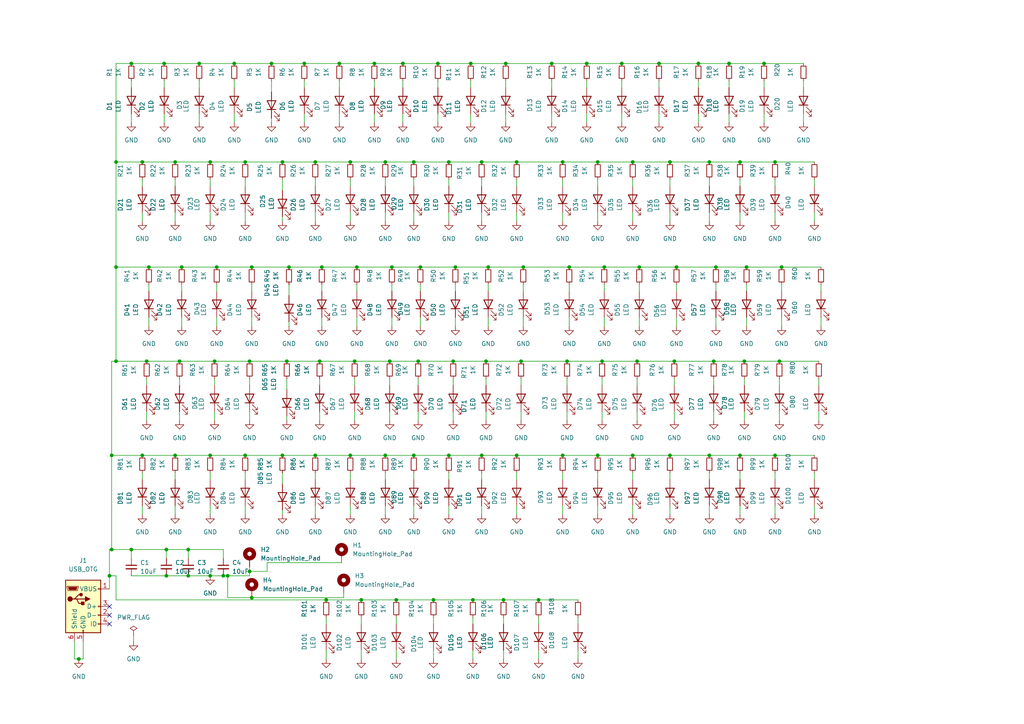
<source format=kicad_sch>
(kicad_sch (version 20211123) (generator eeschema)
  (paper "A4")
  (title_block (title "LED TOY") (date "2022-02-11") (rev "A"))
  (lib_symbols
    (symbol "Connector:USB_OTG" (pin_names (offset 1.016))
      (property "Reference" "J" (at -5.08 11.43 0))
      (property "Value" "USB_OTG" (at -5.08 8.89 0))
      (symbol "USB_OTG_1_1"
        (pin passive line (at 7.62 5.08 180) (length 2.54) (name "VBUS") (number "1"))
        (pin bidirectional line (at 7.62 -2.54 180) (length 2.54) (name "D-") (number "2"))
        (pin bidirectional line (at 7.62 0 180) (length 2.54) (name "D+") (number "3"))
        (pin passive line (at 7.62 -5.08 180) (length 2.54) (name "ID") (number "4"))
        (pin passive line (at 0 -10.16 90) (length 2.54) (name "GND") (number "5"))
        (pin passive line (at -2.54 -10.16 90) (length 2.54) (name "Shield") (number "6"))
      )
    )
    (symbol "Device:C_Small" (pin_numbers hide) (pin_names (offset 0.254) hide)
      (property "Reference" "C" (at 0.254 1.778 0))
      (property "Value" "C_Small" (at 0.254 -2.032 0))
      (symbol "C_Small_1_1"
        (pin passive line (at 0 2.54 270) (length 2.032) (name "~") (number "1"))
        (pin passive line (at 0 -2.54 90) (length 2.032) (name "~") (number "2"))
      )
    )
    (symbol "Device:LED" (pin_numbers hide) (pin_names (offset 1.016) hide)
      (property "Reference" "D" (at 0 2.54 0))
      (property "Value" "LED" (at 0 -2.54 0))
      (symbol "LED_1_1"
        (pin passive line (at -3.81 0 0) (length 2.54) (name "K") (number "1"))
        (pin passive line (at 3.81 0 180) (length 2.54) (name "A") (number "2"))
      )
    )
    (symbol "Device:R_Small" (pin_numbers hide) (pin_names (offset 0.254) hide)
      (property "Reference" "R" (at 0.762 0.508 0))
      (property "Value" "R_Small" (at 0.762 -1.016 0))
      (symbol "R_Small_1_1"
        (pin passive line (at 0 2.54 270) (length 0.762) (name "~") (number "1"))
        (pin passive line (at 0 -2.54 90) (length 0.762) (name "~") (number "2"))
      )
    )
    (symbol "Mechanical:MountingHole_Pad" (pin_numbers hide) (pin_names (offset 1.016) hide)
      (property "Reference" "H" (at 0 6.35 0))
      (property "Value" "MountingHole_Pad" (at 0 4.445 0))
      (symbol "MountingHole_Pad_1_1"
        (pin input line (at 0 -2.54 90) (length 2.54) (name "1") (number "1"))
      )
    )
    (symbol "power:GND" (power) (pin_names (offset 0))
      (property "Value" "GND" (at 0 -3.81 0))
      (symbol "GND_1_1"
        (pin power_in line (at 0 0 270) (length 0) hide (name "GND") (number "1"))
      )
    )
    (symbol "power:PWR_FLAG" (power) (pin_numbers hide) (pin_names (offset 0) hide)
      (property "Value" "PWR_FLAG" (at 0 3.81 0))
      (symbol "PWR_FLAG_0_0"
        (pin power_out line (at 0 0 90) (length 0) (name "pwr") (number "1"))
      )
    )
  )
  (junction (at 47.625 18.415))
  (junction (at 174.625 104.775))
  (junction (at 71.12 132.08))
  (junction (at 183.515 46.99))
  (junction (at 132.08 77.47))
  (junction (at 98.425 18.415))
  (junction (at 141.605 77.47))
  (junction (at 94.615 173.99))
  (junction (at 78.74 18.415))
  (junction (at 71.12 46.99))
  (junction (at 52.705 77.47))
  (junction (at 91.44 132.08))
  (junction (at 88.265 18.415))
  (junction (at 43.18 77.47))
  (junction (at 50.8 132.08))
  (junction (at 52.07 104.775))
  (junction (at 83.82 77.47))
  (junction (at 139.7 46.99))
  (junction (at 195.58 104.775))
  (junction (at 93.345 77.47))
  (junction (at 32.385 132.08))
  (junction (at 211.455 18.415))
  (junction (at 131.445 104.775))
  (junction (at 207.645 77.47))
  (junction (at 62.865 77.47))
  (junction (at 42.545 104.775))
  (junction (at 139.7 132.08))
  (junction (at 113.03 104.775))
  (junction (at 136.525 18.415))
  (junction (at 62.23 104.775))
  (junction (at 196.215 77.47))
  (junction (at 214.63 132.08))
  (junction (at 50.8 46.99))
  (junction (at 173.355 132.08))
  (junction (at 60.96 132.08))
  (junction (at 140.97 104.775))
  (junction (at 224.79 132.08))
  (junction (at 66.04 167.005))
  (junction (at 170.18 18.415))
  (junction (at 202.565 18.415))
  (junction (at 73.025 173.355))
  (junction (at 194.31 46.99))
  (junction (at 121.285 104.775))
  (junction (at 164.465 104.775))
  (junction (at 173.355 46.99))
  (junction (at 72.39 104.775))
  (junction (at 125.73 173.99))
  (junction (at 226.695 77.47))
  (junction (at 146.685 18.415))
  (junction (at 33.655 46.99))
  (junction (at 116.84 18.415))
  (junction (at 32.385 159.385))
  (junction (at 205.74 132.08))
  (junction (at 41.275 132.08))
  (junction (at 163.195 46.99))
  (junction (at 120.015 132.08))
  (junction (at 81.915 132.08))
  (junction (at 130.175 46.99))
  (junction (at 165.1 77.47))
  (junction (at 111.76 46.99))
  (junction (at 113.665 77.47))
  (junction (at 108.585 18.415))
  (junction (at 137.16 173.99))
  (junction (at 180.34 18.415))
  (junction (at 92.71 104.775))
  (junction (at 216.535 77.47))
  (junction (at 64.77 167.005))
  (junction (at 111.76 132.08))
  (junction (at 54.61 167.005))
  (junction (at 151.13 104.775))
  (junction (at 83.185 104.775))
  (junction (at 214.63 46.99))
  (junction (at 101.6 132.08))
  (junction (at 114.935 173.99))
  (junction (at 72.39 165.735))
  (junction (at 33.655 77.47))
  (junction (at 207.01 104.775))
  (junction (at 149.86 46.99))
  (junction (at 205.74 46.99))
  (junction (at 67.945 18.415))
  (junction (at 101.6 46.99))
  (junction (at 120.015 46.99))
  (junction (at 191.135 18.415))
  (junction (at 60.96 167.005))
  (junction (at 41.275 46.99))
  (junction (at 102.87 104.775))
  (junction (at 130.175 132.08))
  (junction (at 22.86 191.135))
  (junction (at 38.1 159.385))
  (junction (at 57.785 18.415))
  (junction (at 183.515 132.08))
  (junction (at 224.79 46.99))
  (junction (at 160.02 18.415))
  (junction (at 38.1 18.415))
  (junction (at 146.05 173.99))
  (junction (at 73.025 77.47))
  (junction (at 215.9 104.775))
  (junction (at 184.785 104.775))
  (junction (at 103.505 77.47))
  (junction (at 175.26 77.47))
  (junction (at 104.775 173.99))
  (junction (at 33.655 104.775))
  (junction (at 151.765 77.47))
  (junction (at 54.61 159.385))
  (junction (at 81.915 46.99))
  (junction (at 91.44 46.99))
  (junction (at 127 18.415))
  (junction (at 48.26 159.385))
  (junction (at 48.26 167.005))
  (junction (at 221.615 18.415))
  (junction (at 156.21 173.99))
  (junction (at 185.42 77.47))
  (junction (at 121.92 77.47))
  (junction (at 226.06 104.775))
  (junction (at 31.75 167.005))
  (junction (at 60.96 46.99))
  (junction (at 163.195 132.08))
  (junction (at 194.31 132.08))
  (junction (at 149.86 132.08))
  (no_connect (at 31.75 180.975))
  (no_connect (at 31.75 178.435))
  (no_connect (at 31.75 175.895))
  (wire (pts (xy 163.195 53.975) (xy 163.195 52.07)))
  (wire (pts (xy 113.03 111.76) (xy 113.03 109.855)))
  (wire (pts (xy 141.605 92.075) (xy 141.605 94.615)))
  (wire (pts (xy 194.31 46.99) (xy 205.74 46.99)))
  (wire (pts (xy 62.865 84.455) (xy 62.865 82.55)))
  (wire (pts (xy 50.8 132.08) (xy 60.96 132.08)))
  (wire (pts (xy 183.515 132.08) (xy 194.31 132.08)))
  (wire (pts (xy 146.685 25.4) (xy 146.685 23.495)))
  (wire (pts (xy 131.445 111.76) (xy 131.445 109.855)))
  (wire (pts (xy 98.425 33.02) (xy 98.425 35.56)))
  (wire (pts (xy 93.345 92.075) (xy 93.345 94.615)))
  (wire (pts (xy 77.47 165.735) (xy 72.39 165.735)))
  (wire (pts (xy 72.39 165.735) (xy 72.39 164.465)))
  (wire (pts (xy 102.87 104.775) (xy 113.03 104.775)))
  (wire (pts (xy 33.655 167.005) (xy 31.75 167.005)))
  (wire (pts (xy 50.8 146.685) (xy 50.8 149.225)))
  (wire (pts (xy 149.86 61.595) (xy 149.86 64.135)))
  (wire (pts (xy 238.125 92.075) (xy 238.125 94.615)))
  (wire (pts (xy 146.05 173.99) (xy 156.21 173.99)))
  (wire (pts (xy 101.6 132.08) (xy 111.76 132.08)))
  (wire (pts (xy 194.31 61.595) (xy 194.31 64.135)))
  (wire (pts (xy 91.44 46.99) (xy 101.6 46.99)))
  (wire (pts (xy 81.915 46.99) (xy 91.44 46.99)))
  (wire (pts (xy 146.05 180.975) (xy 146.05 179.07)))
  (wire (pts (xy 71.12 53.975) (xy 71.12 52.07)))
  (wire (pts (xy 139.7 132.08) (xy 149.86 132.08)))
  (wire (pts (xy 62.865 77.47) (xy 73.025 77.47)))
  (wire (pts (xy 91.44 139.065) (xy 91.44 137.16)))
  (wire (pts (xy 202.565 33.02) (xy 202.565 35.56)))
  (wire (pts (xy 38.1 18.415) (xy 47.625 18.415)))
  (wire (pts (xy 42.545 119.38) (xy 42.545 121.92)))
  (wire (pts (xy 32.385 104.775) (xy 33.655 104.775)))
  (wire (pts (xy 116.84 25.4) (xy 116.84 23.495)))
  (wire (pts (xy 111.76 61.595) (xy 111.76 64.135)))
  (wire (pts (xy 73.025 84.455) (xy 73.025 82.55)))
  (wire (pts (xy 88.265 18.415) (xy 98.425 18.415)))
  (wire (pts (xy 48.26 159.385) (xy 48.26 161.925)))
  (wire (pts (xy 226.06 111.76) (xy 226.06 109.855)))
  (wire (pts (xy 195.58 104.775) (xy 207.01 104.775)))
  (wire (pts (xy 149.86 53.975) (xy 149.86 52.07)))
  (wire (pts (xy 149.86 46.99) (xy 163.195 46.99)))
  (wire (pts (xy 101.6 139.065) (xy 101.6 137.16)))
  (wire (pts (xy 180.34 33.02) (xy 180.34 35.56)))
  (wire (pts (xy 183.515 146.685) (xy 183.515 149.225)))
  (wire (pts (xy 57.785 33.02) (xy 57.785 35.56)))
  (wire (pts (xy 226.695 77.47) (xy 238.125 77.47)))
  (wire (pts (xy 98.425 25.4) (xy 98.425 23.495)))
  (wire (pts (xy 224.79 53.975) (xy 224.79 52.07)))
  (wire (pts (xy 111.76 46.99) (xy 120.015 46.99)))
  (wire (pts (xy 101.6 146.685) (xy 101.6 149.225)))
  (wire (pts (xy 50.8 139.065) (xy 50.8 137.16)))
  (wire (pts (xy 141.605 77.47) (xy 151.765 77.47)))
  (wire (pts (xy 214.63 46.99) (xy 224.79 46.99)))
  (wire (pts (xy 236.22 53.975) (xy 236.22 52.07)))
  (wire (pts (xy 88.265 25.4) (xy 88.265 23.495)))
  (wire (pts (xy 167.64 180.975) (xy 167.64 179.07)))
  (wire (pts (xy 163.195 46.99) (xy 173.355 46.99)))
  (wire (pts (xy 195.58 111.76) (xy 195.58 109.855)))
  (wire (pts (xy 185.42 92.075) (xy 185.42 94.615)))
  (wire (pts (xy 71.12 46.99) (xy 81.915 46.99)))
  (wire (pts (xy 57.785 18.415) (xy 67.945 18.415)))
  (wire (pts (xy 99.06 163.195) (xy 77.47 163.195)))
  (wire (pts (xy 140.97 104.775) (xy 151.13 104.775)))
  (wire (pts (xy 207.645 84.455) (xy 207.645 82.55)))
  (wire (pts (xy 111.76 146.685) (xy 111.76 149.225)))
  (wire (pts (xy 94.615 188.595) (xy 94.615 191.135)))
  (wire (pts (xy 32.385 132.08) (xy 41.275 132.08)))
  (wire (pts (xy 41.275 146.685) (xy 41.275 149.225)))
  (wire (pts (xy 62.23 119.38) (xy 62.23 121.92)))
  (wire (pts (xy 236.22 146.685) (xy 236.22 149.225)))
  (wire (pts (xy 43.18 77.47) (xy 52.705 77.47)))
  (wire (pts (xy 48.26 159.385) (xy 38.1 159.385)))
  (wire (pts (xy 121.92 84.455) (xy 121.92 82.55)))
  (wire (pts (xy 54.61 167.005) (xy 60.96 167.005)))
  (wire (pts (xy 130.175 146.685) (xy 130.175 149.225)))
  (wire (pts (xy 83.185 109.855) (xy 83.185 113.03)))
  (wire (pts (xy 48.26 167.005) (xy 54.61 167.005)))
  (wire (pts (xy 54.61 159.385) (xy 64.77 159.385)))
  (wire (pts (xy 33.655 18.415) (xy 38.1 18.415)))
  (wire (pts (xy 92.71 104.775) (xy 102.87 104.775)))
  (wire (pts (xy 104.775 188.595) (xy 104.775 191.135)))
  (wire (pts (xy 205.74 53.975) (xy 205.74 52.07)))
  (wire (pts (xy 47.625 33.02) (xy 47.625 35.56)))
  (wire (pts (xy 136.525 25.4) (xy 136.525 23.495)))
  (wire (pts (xy 132.08 84.455) (xy 132.08 82.55)))
  (wire (pts (xy 194.31 132.08) (xy 205.74 132.08)))
  (wire (pts (xy 127 25.4) (xy 127 23.495)))
  (wire (pts (xy 214.63 53.975) (xy 214.63 52.07)))
  (wire (pts (xy 205.74 146.685) (xy 205.74 149.225)))
  (wire (pts (xy 183.515 61.595) (xy 183.515 64.135)))
  (wire (pts (xy 113.665 92.075) (xy 113.665 94.615)))
  (wire (pts (xy 81.915 62.865) (xy 81.915 64.135)))
  (wire (pts (xy 236.22 61.595) (xy 236.22 64.135)))
  (wire (pts (xy 83.82 93.345) (xy 83.82 94.615)))
  (wire (pts (xy 233.045 33.02) (xy 233.045 35.56)))
  (wire (pts (xy 60.96 46.99) (xy 71.12 46.99)))
  (wire (pts (xy 164.465 111.76) (xy 164.465 109.855)))
  (wire (pts (xy 71.12 139.065) (xy 71.12 137.16)))
  (wire (pts (xy 42.545 104.775) (xy 52.07 104.775)))
  (wire (pts (xy 136.525 18.415) (xy 146.685 18.415)))
  (wire (pts (xy 52.07 111.76) (xy 52.07 109.855)))
  (wire (pts (xy 216.535 84.455) (xy 216.535 82.55)))
  (wire (pts (xy 113.03 119.38) (xy 113.03 121.92)))
  (wire (pts (xy 226.06 104.775) (xy 237.49 104.775)))
  (wire (pts (xy 33.655 46.99) (xy 33.655 77.47)))
  (wire (pts (xy 214.63 146.685) (xy 214.63 149.225)))
  (wire (pts (xy 163.195 61.595) (xy 163.195 64.135)))
  (wire (pts (xy 108.585 18.415) (xy 116.84 18.415)))
  (wire (pts (xy 71.12 146.685) (xy 71.12 149.225)))
  (wire (pts (xy 146.05 188.595) (xy 146.05 191.135)))
  (wire (pts (xy 120.015 146.685) (xy 120.015 149.225)))
  (wire (pts (xy 175.26 77.47) (xy 185.42 77.47)))
  (wire (pts (xy 173.355 53.975) (xy 173.355 52.07)))
  (wire (pts (xy 160.02 18.415) (xy 170.18 18.415)))
  (wire (pts (xy 41.275 61.595) (xy 41.275 64.135)))
  (wire (pts (xy 170.18 33.02) (xy 170.18 35.56)))
  (wire (pts (xy 103.505 77.47) (xy 113.665 77.47)))
  (wire (pts (xy 62.865 92.075) (xy 62.865 94.615)))
  (wire (pts (xy 140.97 111.76) (xy 140.97 109.855)))
  (wire (pts (xy 184.785 119.38) (xy 184.785 121.92)))
  (wire (pts (xy 139.7 146.685) (xy 139.7 149.225)))
  (wire (pts (xy 33.655 46.99) (xy 41.275 46.99)))
  (wire (pts (xy 180.34 18.415) (xy 191.135 18.415)))
  (wire (pts (xy 111.76 139.065) (xy 111.76 137.16)))
  (wire (pts (xy 127 18.415) (xy 136.525 18.415)))
  (wire (pts (xy 121.92 77.47) (xy 132.08 77.47)))
  (wire (pts (xy 149.86 139.065) (xy 149.86 137.16)))
  (wire (pts (xy 72.39 119.38) (xy 72.39 121.92)))
  (wire (pts (xy 78.74 18.415) (xy 88.265 18.415)))
  (wire (pts (xy 38.1 159.385) (xy 38.1 161.925)))
  (wire (pts (xy 121.285 119.38) (xy 121.285 121.92)))
  (wire (pts (xy 47.625 25.4) (xy 47.625 23.495)))
  (wire (pts (xy 207.01 104.775) (xy 215.9 104.775)))
  (wire (pts (xy 164.465 119.38) (xy 164.465 121.92)))
  (wire (pts (xy 71.12 132.08) (xy 81.915 132.08)))
  (wire (pts (xy 233.045 25.4) (xy 233.045 23.495)))
  (wire (pts (xy 125.73 180.975) (xy 125.73 179.07)))
  (wire (pts (xy 196.215 84.455) (xy 196.215 82.55)))
  (wire (pts (xy 191.135 33.02) (xy 191.135 35.56)))
  (wire (pts (xy 207.01 119.38) (xy 207.01 121.92)))
  (wire (pts (xy 81.915 132.08) (xy 91.44 132.08)))
  (wire (pts (xy 113.665 84.455) (xy 113.665 82.55)))
  (wire (pts (xy 114.935 180.975) (xy 114.935 179.07)))
  (wire (pts (xy 156.21 188.595) (xy 156.21 191.135)))
  (wire (pts (xy 224.79 61.595) (xy 224.79 64.135)))
  (wire (pts (xy 224.79 132.08) (xy 236.22 132.08)))
  (wire (pts (xy 116.84 18.415) (xy 127 18.415)))
  (wire (pts (xy 43.18 92.075) (xy 43.18 94.615)))
  (wire (pts (xy 60.96 53.975) (xy 60.96 52.07)))
  (wire (pts (xy 165.1 84.455) (xy 165.1 82.55)))
  (wire (pts (xy 160.02 25.4) (xy 160.02 23.495)))
  (wire (pts (xy 67.945 33.02) (xy 67.945 35.56)))
  (wire (pts (xy 98.425 18.415) (xy 108.585 18.415)))
  (wire (pts (xy 41.275 53.975) (xy 41.275 52.07)))
  (wire (pts (xy 33.655 77.47) (xy 43.18 77.47)))
  (wire (pts (xy 173.355 146.685) (xy 173.355 149.225)))
  (wire (pts (xy 41.275 46.99) (xy 50.8 46.99)))
  (wire (pts (xy 202.565 25.4) (xy 202.565 23.495)))
  (wire (pts (xy 57.785 25.4) (xy 57.785 23.495)))
  (wire (pts (xy 38.1 25.4) (xy 38.1 23.495)))
  (wire (pts (xy 108.585 33.02) (xy 108.585 35.56)))
  (wire (pts (xy 211.455 18.415) (xy 221.615 18.415)))
  (wire (pts (xy 163.195 132.08) (xy 173.355 132.08)))
  (wire (pts (xy 32.385 159.385) (xy 38.1 159.385)))
  (wire (pts (xy 130.175 46.99) (xy 139.7 46.99)))
  (wire (pts (xy 62.23 111.76) (xy 62.23 109.855)))
  (wire (pts (xy 121.285 104.775) (xy 131.445 104.775)))
  (wire (pts (xy 31.75 159.385) (xy 32.385 159.385)))
  (wire (pts (xy 38.735 184.15) (xy 38.735 186.055)))
  (wire (pts (xy 32.385 104.775) (xy 32.385 132.08)))
  (wire (pts (xy 226.695 84.455) (xy 226.695 82.55)))
  (wire (pts (xy 41.275 132.08) (xy 50.8 132.08)))
  (wire (pts (xy 102.87 111.76) (xy 102.87 109.855)))
  (wire (pts (xy 174.625 111.76) (xy 174.625 109.855)))
  (wire (pts (xy 92.71 111.76) (xy 92.71 109.855)))
  (wire (pts (xy 125.73 188.595) (xy 125.73 191.135)))
  (wire (pts (xy 194.31 146.685) (xy 194.31 149.225)))
  (wire (pts (xy 108.585 25.4) (xy 108.585 23.495)))
  (wire (pts (xy 120.015 139.065) (xy 120.015 137.16)))
  (wire (pts (xy 111.76 132.08) (xy 120.015 132.08)))
  (wire (pts (xy 22.86 191.135) (xy 24.13 191.135)))
  (wire (pts (xy 139.7 46.99) (xy 149.86 46.99)))
  (wire (pts (xy 130.175 53.975) (xy 130.175 52.07)))
  (wire (pts (xy 130.175 139.065) (xy 130.175 137.16)))
  (wire (pts (xy 139.7 53.975) (xy 139.7 52.07)))
  (wire (pts (xy 42.545 111.76) (xy 42.545 109.855)))
  (wire (pts (xy 33.655 173.99) (xy 33.655 167.005)))
  (wire (pts (xy 140.97 119.38) (xy 140.97 121.92)))
  (wire (pts (xy 77.47 163.195) (xy 77.47 165.735)))
  (wire (pts (xy 72.39 104.775) (xy 83.185 104.775)))
  (wire (pts (xy 136.525 33.02) (xy 136.525 35.56)))
  (wire (pts (xy 156.21 173.99) (xy 167.64 173.99)))
  (wire (pts (xy 221.615 33.02) (xy 221.615 35.56)))
  (wire (pts (xy 139.7 61.595) (xy 139.7 64.135)))
  (wire (pts (xy 99.695 173.355) (xy 73.025 173.355)))
  (wire (pts (xy 127 33.02) (xy 127 35.56)))
  (wire (pts (xy 167.64 188.595) (xy 167.64 191.135)))
  (wire (pts (xy 137.16 173.99) (xy 146.05 173.99)))
  (wire (pts (xy 183.515 139.065) (xy 183.515 137.16)))
  (wire (pts (xy 33.655 104.775) (xy 42.545 104.775)))
  (wire (pts (xy 67.945 25.4) (xy 67.945 23.495)))
  (wire (pts (xy 33.655 18.415) (xy 33.655 46.99)))
  (wire (pts (xy 215.9 111.76) (xy 215.9 109.855)))
  (wire (pts (xy 73.025 77.47) (xy 83.82 77.47)))
  (wire (pts (xy 207.645 92.075) (xy 207.645 94.615)))
  (wire (pts (xy 137.16 180.975) (xy 137.16 179.07)))
  (wire (pts (xy 221.615 18.415) (xy 233.045 18.415)))
  (wire (pts (xy 60.96 167.005) (xy 64.77 167.005)))
  (wire (pts (xy 151.13 111.76) (xy 151.13 109.855)))
  (wire (pts (xy 165.1 77.47) (xy 175.26 77.47)))
  (wire (pts (xy 91.44 61.595) (xy 91.44 64.135)))
  (wire (pts (xy 67.945 18.415) (xy 78.74 18.415)))
  (wire (pts (xy 160.02 33.02) (xy 160.02 35.56)))
  (wire (pts (xy 207.645 77.47) (xy 216.535 77.47)))
  (wire (pts (xy 120.015 53.975) (xy 120.015 52.07)))
  (wire (pts (xy 94.615 173.99) (xy 104.775 173.99)))
  (wire (pts (xy 54.61 159.385) (xy 48.26 159.385)))
  (wire (pts (xy 72.39 167.005) (xy 72.39 165.735)))
  (wire (pts (xy 104.775 173.99) (xy 114.935 173.99)))
  (wire (pts (xy 21.59 186.055) (xy 21.59 191.135)))
  (wire (pts (xy 111.76 53.975) (xy 111.76 52.07)))
  (wire (pts (xy 131.445 119.38) (xy 131.445 121.92)))
  (wire (pts (xy 31.75 167.005) (xy 31.75 170.815)))
  (wire (pts (xy 214.63 132.08) (xy 224.79 132.08)))
  (wire (pts (xy 78.74 23.495) (xy 78.74 26.67)))
  (wire (pts (xy 151.765 77.47) (xy 165.1 77.47)))
  (wire (pts (xy 130.175 61.595) (xy 130.175 64.135)))
  (wire (pts (xy 64.77 159.385) (xy 64.77 161.925)))
  (wire (pts (xy 83.185 104.775) (xy 92.71 104.775)))
  (wire (pts (xy 93.345 84.455) (xy 93.345 82.55)))
  (wire (pts (xy 60.96 61.595) (xy 60.96 64.135)))
  (wire (pts (xy 151.765 84.455) (xy 151.765 82.55)))
  (wire (pts (xy 194.31 53.975) (xy 194.31 52.07)))
  (wire (pts (xy 41.275 139.065) (xy 41.275 137.16)))
  (wire (pts (xy 173.355 61.595) (xy 173.355 64.135)))
  (wire (pts (xy 101.6 46.99) (xy 111.76 46.99)))
  (wire (pts (xy 91.44 132.08) (xy 101.6 132.08)))
  (wire (pts (xy 180.34 25.4) (xy 180.34 23.495)))
  (wire (pts (xy 52.07 104.775) (xy 62.23 104.775)))
  (wire (pts (xy 226.695 92.075) (xy 226.695 94.615)))
  (wire (pts (xy 238.125 84.455) (xy 238.125 82.55)))
  (wire (pts (xy 184.785 111.76) (xy 184.785 109.855)))
  (wire (pts (xy 71.12 61.595) (xy 71.12 64.135)))
  (wire (pts (xy 205.74 61.595) (xy 205.74 64.135)))
  (wire (pts (xy 101.6 61.595) (xy 101.6 64.135)))
  (wire (pts (xy 52.07 119.38) (xy 52.07 121.92)))
  (wire (pts (xy 132.08 77.47) (xy 141.605 77.47)))
  (wire (pts (xy 173.355 46.99) (xy 183.515 46.99)))
  (wire (pts (xy 224.79 146.685) (xy 224.79 149.225)))
  (wire (pts (xy 224.79 46.99) (xy 236.22 46.99)))
  (wire (pts (xy 120.015 61.595) (xy 120.015 64.135)))
  (wire (pts (xy 237.49 119.38) (xy 237.49 121.92)))
  (wire (pts (xy 146.685 18.415) (xy 160.02 18.415)))
  (wire (pts (xy 165.1 92.075) (xy 165.1 94.615)))
  (wire (pts (xy 72.39 111.76) (xy 72.39 109.855)))
  (wire (pts (xy 131.445 104.775) (xy 140.97 104.775)))
  (wire (pts (xy 114.935 188.595) (xy 114.935 191.135)))
  (wire (pts (xy 81.915 137.16) (xy 81.915 140.335)))
  (wire (pts (xy 113.03 104.775) (xy 121.285 104.775)))
  (wire (pts (xy 47.625 18.415) (xy 57.785 18.415)))
  (wire (pts (xy 195.58 119.38) (xy 195.58 121.92)))
  (wire (pts (xy 102.87 119.38) (xy 102.87 121.92)))
  (wire (pts (xy 52.705 84.455) (xy 52.705 82.55)))
  (wire (pts (xy 214.63 139.065) (xy 214.63 137.16)))
  (wire (pts (xy 215.9 104.775) (xy 226.06 104.775)))
  (wire (pts (xy 191.135 18.415) (xy 202.565 18.415)))
  (wire (pts (xy 141.605 84.455) (xy 141.605 82.55)))
  (wire (pts (xy 226.06 119.38) (xy 226.06 121.92)))
  (wire (pts (xy 38.1 33.02) (xy 38.1 35.56)))
  (wire (pts (xy 215.9 119.38) (xy 215.9 121.92)))
  (wire (pts (xy 173.355 132.08) (xy 183.515 132.08)))
  (wire (pts (xy 170.18 25.4) (xy 170.18 23.495)))
  (wire (pts (xy 24.13 191.135) (xy 24.13 186.055)))
  (wire (pts (xy 93.345 77.47) (xy 103.505 77.47)))
  (wire (pts (xy 91.44 146.685) (xy 91.44 149.225)))
  (wire (pts (xy 81.915 52.07) (xy 81.915 55.245)))
  (wire (pts (xy 216.535 92.075) (xy 216.535 94.615)))
  (wire (pts (xy 205.74 132.08) (xy 214.63 132.08)))
  (wire (pts (xy 183.515 53.975) (xy 183.515 52.07)))
  (wire (pts (xy 81.915 147.955) (xy 81.915 149.225)))
  (wire (pts (xy 52.705 77.47) (xy 62.865 77.47)))
  (wire (pts (xy 88.265 33.02) (xy 88.265 35.56)))
  (wire (pts (xy 174.625 119.38) (xy 174.625 121.92)))
  (wire (pts (xy 125.73 173.99) (xy 137.16 173.99)))
  (wire (pts (xy 91.44 53.975) (xy 91.44 52.07)))
  (wire (pts (xy 33.655 77.47) (xy 33.655 104.775)))
  (wire (pts (xy 164.465 104.775) (xy 174.625 104.775)))
  (wire (pts (xy 216.535 77.47) (xy 226.695 77.47)))
  (wire (pts (xy 64.77 167.005) (xy 66.04 167.005)))
  (wire (pts (xy 211.455 33.02) (xy 211.455 35.56)))
  (wire (pts (xy 60.96 146.685) (xy 60.96 149.225)))
  (wire (pts (xy 121.285 111.76) (xy 121.285 109.855)))
  (wire (pts (xy 191.135 25.4) (xy 191.135 23.495)))
  (wire (pts (xy 149.86 132.08) (xy 163.195 132.08)))
  (wire (pts (xy 83.82 82.55) (xy 83.82 85.725)))
  (wire (pts (xy 50.8 46.99) (xy 60.96 46.99)))
  (wire (pts (xy 50.8 61.595) (xy 50.8 64.135)))
  (wire (pts (xy 173.355 139.065) (xy 173.355 137.16)))
  (wire (pts (xy 183.515 46.99) (xy 194.31 46.99)))
  (wire (pts (xy 33.655 173.99) (xy 94.615 173.99)))
  (wire (pts (xy 185.42 77.47) (xy 196.215 77.47)))
  (wire (pts (xy 163.195 146.685) (xy 163.195 149.225)))
  (wire (pts (xy 149.86 146.685) (xy 149.86 149.225)))
  (wire (pts (xy 137.16 188.595) (xy 137.16 191.135)))
  (wire (pts (xy 66.04 173.355) (xy 66.04 167.005)))
  (wire (pts (xy 92.71 119.38) (xy 92.71 121.92)))
  (wire (pts (xy 94.615 180.975) (xy 94.615 179.07)))
  (wire (pts (xy 184.785 104.775) (xy 195.58 104.775)))
  (wire (pts (xy 101.6 53.975) (xy 101.6 52.07)))
  (wire (pts (xy 103.505 84.455) (xy 103.505 82.55)))
  (wire (pts (xy 221.615 25.4) (xy 221.615 23.495)))
  (wire (pts (xy 202.565 18.415) (xy 211.455 18.415)))
  (wire (pts (xy 73.025 173.355) (xy 66.04 173.355)))
  (wire (pts (xy 194.31 139.065) (xy 194.31 137.16)))
  (wire (pts (xy 224.79 139.065) (xy 224.79 137.16)))
  (wire (pts (xy 31.75 159.385) (xy 31.75 167.005)))
  (wire (pts (xy 116.84 33.02) (xy 116.84 35.56)))
  (wire (pts (xy 38.1 167.005) (xy 48.26 167.005)))
  (wire (pts (xy 54.61 159.385) (xy 54.61 161.925)))
  (wire (pts (xy 175.26 92.075) (xy 175.26 94.615)))
  (wire (pts (xy 175.26 84.455) (xy 175.26 82.55)))
  (wire (pts (xy 120.015 46.99) (xy 130.175 46.99)))
  (wire (pts (xy 151.765 92.075) (xy 151.765 94.615)))
  (wire (pts (xy 139.7 139.065) (xy 139.7 137.16)))
  (wire (pts (xy 99.695 172.085) (xy 99.695 173.355)))
  (wire (pts (xy 32.385 132.08) (xy 32.385 159.385)))
  (wire (pts (xy 43.18 84.455) (xy 43.18 82.55)))
  (wire (pts (xy 104.775 180.975) (xy 104.775 179.07)))
  (wire (pts (xy 50.8 53.975) (xy 50.8 52.07)))
  (wire (pts (xy 151.13 119.38) (xy 151.13 121.92)))
  (wire (pts (xy 151.13 104.775) (xy 164.465 104.775)))
  (wire (pts (xy 207.01 111.76) (xy 207.01 109.855)))
  (wire (pts (xy 214.63 61.595) (xy 214.63 64.135)))
  (wire (pts (xy 163.195 139.065) (xy 163.195 137.16)))
  (wire (pts (xy 205.74 46.99) (xy 214.63 46.99)))
  (wire (pts (xy 121.92 92.075) (xy 121.92 94.615)))
  (wire (pts (xy 60.96 139.065) (xy 60.96 137.16)))
  (wire (pts (xy 73.025 92.075) (xy 73.025 94.615)))
  (wire (pts (xy 174.625 104.775) (xy 184.785 104.775)))
  (wire (pts (xy 21.59 191.135) (xy 22.86 191.135)))
  (wire (pts (xy 196.215 92.075) (xy 196.215 94.615)))
  (wire (pts (xy 185.42 84.455) (xy 185.42 82.55)))
  (wire (pts (xy 156.21 180.975) (xy 156.21 179.07)))
  (wire (pts (xy 236.22 139.065) (xy 236.22 137.16)))
  (wire (pts (xy 83.185 120.65) (xy 83.185 121.92)))
  (wire (pts (xy 120.015 132.08) (xy 130.175 132.08)))
  (wire (pts (xy 66.04 167.005) (xy 72.39 167.005)))
  (wire (pts (xy 62.23 104.775) (xy 72.39 104.775)))
  (wire (pts (xy 78.74 34.29) (xy 78.74 35.56)))
  (wire (pts (xy 196.215 77.47) (xy 207.645 77.47)))
  (wire (pts (xy 205.74 139.065) (xy 205.74 137.16)))
  (wire (pts (xy 103.505 92.075) (xy 103.505 94.615)))
  (wire (pts (xy 237.49 111.76) (xy 237.49 109.855)))
  (wire (pts (xy 130.175 132.08) (xy 139.7 132.08)))
  (wire (pts (xy 211.455 25.4) (xy 211.455 23.495)))
  (wire (pts (xy 83.82 77.47) (xy 93.345 77.47)))
  (wire (pts (xy 113.665 77.47) (xy 121.92 77.47)))
  (wire (pts (xy 146.685 33.02) (xy 146.685 35.56)))
  (wire (pts (xy 170.18 18.415) (xy 180.34 18.415)))
  (wire (pts (xy 114.935 173.99) (xy 125.73 173.99)))
  (wire (pts (xy 132.08 92.075) (xy 132.08 94.615)))
  (wire (pts (xy 60.96 132.08) (xy 71.12 132.08)))
  (wire (pts (xy 52.705 92.075) (xy 52.705 94.615)))
  (symbol (lib_id "Device:R_Small") (at 81.915 134.62 180) (unit 1)
    (property "Reference" "R85" (at 75.565 134.62 90))
    (property "Value" "1K" (at 78.105 134.62 90))
    (property "Footprint" "Resistor_SMD:R_0805_2012Metric_Pad1.20x1.40mm_HandSolder" (effects hide))
  )
  (symbol (lib_id "Device:R_Small") (at 73.025 80.01 180) (unit 1)
    (property "Reference" "R44" (at 66.675 80.01 90))
    (property "Value" "1K" (at 69.215 80.01 90))
    (property "Footprint" "Resistor_SMD:R_0805_2012Metric_Pad1.20x1.40mm_HandSolder" (effects hide))
  )
  (symbol (lib_id "Device:R_Small") (at 62.865 80.01 180) (unit 1)
    (property "Reference" "R43" (at 56.515 80.01 90))
    (property "Value" "1K" (at 59.055 80.01 90))
    (property "Footprint" "Resistor_SMD:R_0805_2012Metric_Pad1.20x1.40mm_HandSolder" (effects hide))
  )
  (symbol (lib_id "power:GND") (at 91.44 64.135 0) (unit 1)
    (property "Reference" "#PWR026" (effects hide))
    (property "Value" "GND" (at 91.44 69.215 0))
  )
  (symbol (lib_id "power:GND") (at 207.01 121.92 0) (unit 1)
    (property "Reference" "#PWR077" (effects hide))
    (property "Value" "GND" (at 207.01 127 0))
  )
  (symbol (lib_id "Device:LED") (at 136.525 29.21 90) (unit 1)
    (property "Reference" "D11" (at 130.175 31.4325 0))
    (property "Value" "LED" (at 132.715 30.7975 0))
    (property "Footprint" "LED_THT:LED_D5.0mm" (effects hide))
  )
  (symbol (lib_id "Device:R_Small") (at 214.63 134.62 180) (unit 1)
    (property "Reference" "R98" (at 208.915 134.62 90))
    (property "Value" "1K" (at 210.82 134.62 90))
    (property "Footprint" "Resistor_SMD:R_0805_2012Metric_Pad1.20x1.40mm_HandSolder" (effects hide))
  )
  (symbol (lib_id "Device:LED") (at 207.645 88.265 90) (unit 1)
    (property "Reference" "D57" (at 201.295 89.8525 0))
    (property "Value" "LED" (at 203.835 89.8525 0))
    (property "Footprint" "LED_THT:LED_D5.0mm" (effects hide))
  )
  (symbol (lib_id "power:GND") (at 233.045 35.56 0) (unit 1)
    (property "Reference" "#PWR020" (effects hide))
    (property "Value" "GND" (at 233.045 40.64 0))
  )
  (symbol (lib_id "Device:R_Small") (at 149.86 134.62 180) (unit 1)
    (property "Reference" "R92" (at 143.51 134.62 90))
    (property "Value" "1K" (at 146.05 134.62 90))
    (property "Footprint" "Resistor_SMD:R_0805_2012Metric_Pad1.20x1.40mm_HandSolder" (effects hide))
  )
  (symbol (lib_id "Device:R_Small") (at 224.79 134.62 180) (unit 1)
    (property "Reference" "R99" (at 218.44 134.62 90))
    (property "Value" "1K" (at 220.98 134.62 90))
    (property "Footprint" "Resistor_SMD:R_0805_2012Metric_Pad1.20x1.40mm_HandSolder" (effects hide))
  )
  (symbol (lib_id "power:GND") (at 72.39 121.92 0) (unit 1)
    (property "Reference" "#PWR064" (effects hide))
    (property "Value" "GND" (at 72.39 127 0))
  )
  (symbol (lib_id "Device:R_Small") (at 130.175 49.53 180) (unit 1)
    (property "Reference" "R30" (at 123.825 49.53 90))
    (property "Value" "1K" (at 126.365 49.53 90))
    (property "Footprint" "Resistor_SMD:R_0805_2012Metric_Pad1.20x1.40mm_HandSolder" (effects hide))
  )
  (symbol (lib_id "Device:LED") (at 104.775 184.785 90) (unit 1)
    (property "Reference" "D102" (at 98.425 186.3725 0))
    (property "Value" "LED" (at 100.965 186.3725 0))
    (property "Footprint" "LED_THT:LED_D5.0mm" (effects hide))
  )
  (symbol (lib_id "Mechanical:MountingHole_Pad") (at 72.39 161.925 0) (unit 1) (in_bom no)
    (property "Reference" "H2" (at 75.565 159.3849 0) (effects (justify left)))
    (property "Value" "MountingHole_Pad" (at 75.565 161.9249 0) (effects (justify left)))
    (property "Footprint" "MountingHole:MountingHole_2.7mm_Pad" (effects hide))
  )
  (symbol (lib_id "Device:LED") (at 60.96 142.875 90) (unit 1)
    (property "Reference" "D83" (at 55.245 144.145 0))
    (property "Value" "LED" (at 57.15 144.4625 0))
    (property "Footprint" "LED_THT:LED_D5.0mm" (effects hide))
  )
  (symbol (lib_id "Device:R_Small") (at 233.045 20.955 180) (unit 1)
    (property "Reference" "R20" (at 225.425 20.32 90))
    (property "Value" "1K" (at 229.235 20.955 90))
    (property "Footprint" "Resistor_SMD:R_0805_2012Metric_Pad1.20x1.40mm_HandSolder" (effects hide))
  )
  (symbol (lib_id "Device:LED") (at 224.79 142.875 90) (unit 1)
    (property "Reference" "D99" (at 218.44 144.4625 0))
    (property "Value" "LED" (at 220.98 144.4625 0))
    (property "Footprint" "LED_THT:LED_D5.0mm" (effects hide))
  )
  (symbol (lib_id "Device:LED") (at 163.195 57.785 90) (unit 1)
    (property "Reference" "D33" (at 156.845 59.055 0))
    (property "Value" "LED" (at 159.385 59.3725 0))
    (property "Footprint" "LED_THT:LED_D5.0mm" (effects hide))
  )
  (symbol (lib_id "power:GND") (at 62.865 94.615 0) (unit 1)
    (property "Reference" "#PWR043" (effects hide))
    (property "Value" "GND" (at 62.865 99.695 0))
  )
  (symbol (lib_id "Device:R_Small") (at 102.87 107.315 180) (unit 1)
    (property "Reference" "R67" (at 96.52 107.315 90))
    (property "Value" "1K" (at 99.06 107.315 90))
    (property "Footprint" "Resistor_SMD:R_0805_2012Metric_Pad1.20x1.40mm_HandSolder" (effects hide))
  )
  (symbol (lib_id "power:GND") (at 38.1 35.56 0) (unit 1)
    (property "Reference" "#PWR01" (effects hide))
    (property "Value" "GND" (at 38.1 40.64 0))
  )
  (symbol (lib_id "Device:R_Small") (at 101.6 134.62 180) (unit 1)
    (property "Reference" "R87" (at 95.25 134.62 90))
    (property "Value" "1K" (at 97.79 134.62 90))
    (property "Footprint" "Resistor_SMD:R_0805_2012Metric_Pad1.20x1.40mm_HandSolder" (effects hide))
  )
  (symbol (lib_id "Device:R_Small") (at 127 20.955 180) (unit 1)
    (property "Reference" "R10" (at 120.65 20.955 90))
    (property "Value" "1K" (at 123.19 20.955 90))
    (property "Footprint" "Resistor_SMD:R_0805_2012Metric_Pad1.20x1.40mm_HandSolder" (effects hide))
  )
  (symbol (lib_id "power:GND") (at 237.49 121.92 0) (unit 1)
    (property "Reference" "#PWR080" (effects hide))
    (property "Value" "GND" (at 237.49 127 0))
  )
  (symbol (lib_id "Device:R_Small") (at 121.285 107.315 180) (unit 1)
    (property "Reference" "R69" (at 115.57 107.315 90))
    (property "Value" "1K" (at 117.475 107.315 90))
    (property "Footprint" "Resistor_SMD:R_0805_2012Metric_Pad1.20x1.40mm_HandSolder" (effects hide))
  )
  (symbol (lib_id "Device:R_Small") (at 71.12 134.62 180) (unit 1)
    (property "Reference" "R84" (at 64.77 134.62 90))
    (property "Value" "1K" (at 67.31 134.62 90))
    (property "Footprint" "Resistor_SMD:R_0805_2012Metric_Pad1.20x1.40mm_HandSolder" (effects hide))
  )
  (symbol (lib_id "Device:R_Small") (at 167.64 176.53 180) (unit 1)
    (property "Reference" "R108" (at 160.02 175.895 90))
    (property "Value" "1K" (at 163.83 176.53 90))
    (property "Footprint" "Resistor_SMD:R_0805_2012Metric_Pad1.20x1.40mm_HandSolder" (effects hide))
  )
  (symbol (lib_id "Device:LED") (at 120.015 142.875 90) (unit 1)
    (property "Reference" "D89" (at 114.3 144.145 0))
    (property "Value" "LED" (at 116.205 144.4625 0))
    (property "Footprint" "LED_THT:LED_D5.0mm" (effects hide))
  )
  (symbol (lib_id "Device:R_Small") (at 131.445 107.315 180) (unit 1)
    (property "Reference" "R70" (at 125.095 107.315 90))
    (property "Value" "1K" (at 127.635 107.315 90))
    (property "Footprint" "Resistor_SMD:R_0805_2012Metric_Pad1.20x1.40mm_HandSolder" (effects hide))
  )
  (symbol (lib_id "Device:LED") (at 156.21 184.785 90) (unit 1)
    (property "Reference" "D107" (at 149.86 186.3725 0))
    (property "Value" "LED" (at 152.4 186.3725 0))
    (property "Footprint" "LED_THT:LED_D5.0mm" (effects hide))
  )
  (symbol (lib_id "Device:R_Small") (at 108.585 20.955 180) (unit 1)
    (property "Reference" "R8" (at 102.235 20.955 90))
    (property "Value" "1K" (at 104.775 20.955 90))
    (property "Footprint" "Resistor_SMD:R_0805_2012Metric_Pad1.20x1.40mm_HandSolder" (effects hide))
  )
  (symbol (lib_id "power:GND") (at 173.355 64.135 0) (unit 1)
    (property "Reference" "#PWR034" (effects hide))
    (property "Value" "GND" (at 173.355 69.215 0))
  )
  (symbol (lib_id "power:GND") (at 207.645 94.615 0) (unit 1)
    (property "Reference" "#PWR057" (effects hide))
    (property "Value" "GND" (at 207.645 99.695 0))
  )
  (symbol (lib_id "Device:LED") (at 101.6 142.875 90) (unit 1)
    (property "Reference" "D87" (at 95.25 144.4625 0))
    (property "Value" "LED" (at 97.79 144.4625 0))
    (property "Footprint" "LED_THT:LED_D5.0mm" (effects hide))
  )
  (symbol (lib_id "Device:LED") (at 94.615 184.785 90) (unit 1)
    (property "Reference" "D101" (at 88.265 186.055 0))
    (property "Value" "LED" (at 90.805 186.3725 0))
    (property "Footprint" "LED_THT:LED_D5.0mm" (effects hide))
  )
  (symbol (lib_id "power:GND") (at 67.945 35.56 0) (unit 1)
    (property "Reference" "#PWR04" (effects hide))
    (property "Value" "GND" (at 67.945 40.64 0))
  )
  (symbol (lib_id "Device:LED") (at 43.18 88.265 90) (unit 1)
    (property "Reference" "D41" (at 36.83 89.8525 0))
    (property "Value" "LED" (at 39.37 89.8525 0))
    (property "Footprint" "LED_THT:LED_D5.0mm" (effects hide))
  )
  (symbol (lib_id "Device:LED") (at 160.02 29.21 90) (unit 1)
    (property "Reference" "D13" (at 153.67 30.48 0))
    (property "Value" "LED" (at 156.21 30.7975 0))
    (property "Footprint" "LED_THT:LED_D5.0mm" (effects hide))
  )
  (symbol (lib_id "power:GND") (at 149.86 149.225 0) (unit 1)
    (property "Reference" "#PWR095" (effects hide))
    (property "Value" "GND" (at 149.86 154.305 0))
  )
  (symbol (lib_id "Device:LED") (at 236.22 57.785 90) (unit 1)
    (property "Reference" "D40" (at 228.6 58.7375 0))
    (property "Value" "LED" (at 232.41 59.3725 0))
    (property "Footprint" "LED_THT:LED_D5.0mm" (effects hide))
  )
  (symbol (lib_id "Device:C_Small") (at 48.26 164.465 0) (unit 1)
    (property "Reference" "C2" (at 50.8 163.2012 0) (effects (justify left)))
    (property "Value" "10uF" (at 50.8 165.7412 0) (effects (justify left)))
    (property "Footprint" "Capacitor_SMD:C_0805_2012Metric_Pad1.18x1.45mm_HandSolder" (effects hide))
  )
  (symbol (lib_id "power:GND") (at 71.12 64.135 0) (unit 1)
    (property "Reference" "#PWR024" (effects hide))
    (property "Value" "GND" (at 71.12 69.215 0))
  )
  (symbol (lib_id "power:GND") (at 226.695 94.615 0) (unit 1)
    (property "Reference" "#PWR059" (effects hide))
    (property "Value" "GND" (at 226.695 99.695 0))
  )
  (symbol (lib_id "Device:LED") (at 202.565 29.21 90) (unit 1)
    (property "Reference" "D17" (at 196.215 30.7975 0))
    (property "Value" "LED" (at 198.755 30.7975 0))
    (property "Footprint" "LED_THT:LED_D5.0mm" (effects hide))
  )
  (symbol (lib_id "power:GND") (at 113.665 94.615 0) (unit 1)
    (property "Reference" "#PWR048" (effects hide))
    (property "Value" "GND" (at 113.665 99.695 0))
  )
  (symbol (lib_id "Device:LED") (at 165.1 88.265 90) (unit 1)
    (property "Reference" "D53" (at 158.75 89.535 0))
    (property "Value" "LED" (at 161.29 89.8525 0))
    (property "Footprint" "LED_THT:LED_D5.0mm" (effects hide))
  )
  (symbol (lib_id "power:GND") (at 71.12 149.225 0) (unit 1)
    (property "Reference" "#PWR087" (effects hide))
    (property "Value" "GND" (at 71.12 154.305 0))
  )
  (symbol (lib_id "Device:LED") (at 113.03 115.57 90) (unit 1)
    (property "Reference" "D68" (at 106.68 117.1575 0))
    (property "Value" "LED" (at 109.22 117.1575 0))
    (property "Footprint" "LED_THT:LED_D5.0mm" (effects hide))
  )
  (symbol (lib_id "power:GND") (at 81.915 64.135 0) (unit 1)
    (property "Reference" "#PWR025" (effects hide))
    (property "Value" "GND" (at 81.915 69.215 0))
  )
  (symbol (lib_id "power:GND") (at 131.445 121.92 0) (unit 1)
    (property "Reference" "#PWR070" (effects hide))
    (property "Value" "GND" (at 131.445 127 0))
  )
  (symbol (lib_id "Device:LED") (at 83.82 89.535 90) (unit 1)
    (property "Reference" "D45" (at 77.47 84.1375 0))
    (property "Value" "LED" (at 80.01 84.1375 0))
    (property "Footprint" "LED_THT:LED_D5.0mm" (effects hide))
  )
  (symbol (lib_id "Device:LED") (at 78.74 30.48 90) (unit 1)
    (property "Reference" "D5" (at 72.39 31.115 0))
    (property "Value" "LED" (at 74.93 31.115 0))
    (property "Footprint" "LED_THT:LED_D5.0mm" (effects hide))
  )
  (symbol (lib_id "Device:R_Small") (at 121.92 80.01 180) (unit 1)
    (property "Reference" "R49" (at 116.205 80.01 90))
    (property "Value" "1K" (at 118.11 80.01 90))
    (property "Footprint" "Resistor_SMD:R_0805_2012Metric_Pad1.20x1.40mm_HandSolder" (effects hide))
  )
  (symbol (lib_id "Device:LED") (at 207.01 115.57 90) (unit 1)
    (property "Reference" "D77" (at 200.66 117.1575 0))
    (property "Value" "LED" (at 203.2 117.1575 0))
    (property "Footprint" "LED_THT:LED_D5.0mm" (effects hide))
  )
  (symbol (lib_id "power:PWR_FLAG") (at 38.735 184.15 0) (unit 1)
    (property "Reference" "#FLG01" (effects hide))
    (property "Value" "PWR_FLAG" (at 38.735 179.07 0))
  )
  (symbol (lib_id "power:GND") (at 140.97 121.92 0) (unit 1)
    (property "Reference" "#PWR071" (effects hide))
    (property "Value" "GND" (at 140.97 127 0))
  )
  (symbol (lib_id "Device:R_Small") (at 120.015 134.62 180) (unit 1)
    (property "Reference" "R89" (at 114.3 134.62 90))
    (property "Value" "1K" (at 116.205 134.62 90))
    (property "Footprint" "Resistor_SMD:R_0805_2012Metric_Pad1.20x1.40mm_HandSolder" (effects hide))
  )
  (symbol (lib_id "Device:LED") (at 174.625 115.57 90) (unit 1)
    (property "Reference" "D74" (at 168.275 117.1575 0))
    (property "Value" "LED" (at 170.815 117.1575 0))
    (property "Footprint" "LED_THT:LED_D5.0mm" (effects hide))
  )
  (symbol (lib_id "Device:LED") (at 183.515 142.875 90) (unit 1)
    (property "Reference" "D95" (at 177.165 144.4625 0))
    (property "Value" "LED" (at 179.705 144.4625 0))
    (property "Footprint" "LED_THT:LED_D5.0mm" (effects hide))
  )
  (symbol (lib_id "Device:R_Small") (at 165.1 80.01 180) (unit 1)
    (property "Reference" "R53" (at 158.75 80.01 90))
    (property "Value" "1K" (at 161.29 80.01 90))
    (property "Footprint" "Resistor_SMD:R_0805_2012Metric_Pad1.20x1.40mm_HandSolder" (effects hide))
  )
  (symbol (lib_id "power:GND") (at 42.545 121.92 0) (unit 1)
    (property "Reference" "#PWR061" (effects hide))
    (property "Value" "GND" (at 42.545 127 0))
  )
  (symbol (lib_id "Mechanical:MountingHole_Pad") (at 99.06 160.655 0) (unit 1) (in_bom no)
    (property "Reference" "H1" (at 102.235 158.1149 0) (effects (justify left)))
    (property "Value" "MountingHole_Pad" (at 102.235 160.6549 0) (effects (justify left)))
    (property "Footprint" "MountingHole:MountingHole_2.7mm_Pad" (effects hide))
  )
  (symbol (lib_id "power:GND") (at 120.015 149.225 0) (unit 1)
    (property "Reference" "#PWR092" (effects hide))
    (property "Value" "GND" (at 120.015 154.305 0))
  )
  (symbol (lib_id "power:GND") (at 57.785 35.56 0) (unit 1)
    (property "Reference" "#PWR03" (effects hide))
    (property "Value" "GND" (at 57.785 40.64 0))
  )
  (symbol (lib_id "Device:R_Small") (at 180.34 20.955 180) (unit 1)
    (property "Reference" "R15" (at 173.99 20.955 90))
    (property "Value" "1K" (at 176.53 20.955 90))
    (property "Footprint" "Resistor_SMD:R_0805_2012Metric_Pad1.20x1.40mm_HandSolder" (effects hide))
  )
  (symbol (lib_id "power:GND") (at 185.42 94.615 0) (unit 1)
    (property "Reference" "#PWR055" (effects hide))
    (property "Value" "GND" (at 185.42 99.695 0))
  )
  (symbol (lib_id "power:GND") (at 151.765 94.615 0) (unit 1)
    (property "Reference" "#PWR052" (effects hide))
    (property "Value" "GND" (at 151.765 99.695 0))
  )
  (symbol (lib_id "Device:R_Small") (at 67.945 20.955 180) (unit 1)
    (property "Reference" "R4" (at 61.595 20.955 90))
    (property "Value" "1K" (at 64.135 20.955 90))
    (property "Footprint" "Resistor_SMD:R_0805_2012Metric_Pad1.20x1.40mm_HandSolder" (effects hide))
  )
  (symbol (lib_id "Device:R_Small") (at 224.79 49.53 180) (unit 1)
    (property "Reference" "R39" (at 218.44 49.53 90))
    (property "Value" "1K" (at 220.98 49.53 90))
    (property "Footprint" "Resistor_SMD:R_0805_2012Metric_Pad1.20x1.40mm_HandSolder" (effects hide))
  )
  (symbol (lib_id "Device:R_Small") (at 140.97 107.315 180) (unit 1)
    (property "Reference" "R71" (at 134.62 107.95 90))
    (property "Value" "1K" (at 137.16 107.315 90))
    (property "Footprint" "Resistor_SMD:R_0805_2012Metric_Pad1.20x1.40mm_HandSolder" (effects hide))
  )
  (symbol (lib_id "power:GND") (at 88.265 35.56 0) (unit 1)
    (property "Reference" "#PWR06" (effects hide))
    (property "Value" "GND" (at 88.265 40.64 0))
  )
  (symbol (lib_id "power:GND") (at 139.7 64.135 0) (unit 1)
    (property "Reference" "#PWR031" (effects hide))
    (property "Value" "GND" (at 139.7 69.215 0))
  )
  (symbol (lib_id "Device:R_Small") (at 125.73 176.53 180) (unit 1)
    (property "Reference" "R104" (at 119.38 176.53 90))
    (property "Value" "1K" (at 121.92 176.53 90))
    (property "Footprint" "Resistor_SMD:R_0805_2012Metric_Pad1.20x1.40mm_HandSolder" (effects hide))
  )
  (symbol (lib_id "Device:R_Small") (at 236.22 134.62 180) (unit 1)
    (property "Reference" "R100" (at 228.6 133.985 90))
    (property "Value" "1K" (at 232.41 134.62 90))
    (property "Footprint" "Resistor_SMD:R_0805_2012Metric_Pad1.20x1.40mm_HandSolder" (effects hide))
  )
  (symbol (lib_id "Device:LED") (at 215.9 115.57 90) (unit 1)
    (property "Reference" "D78" (at 210.185 116.84 0))
    (property "Value" "LED" (at 212.09 117.1575 0))
    (property "Footprint" "LED_THT:LED_D5.0mm" (effects hide))
  )
  (symbol (lib_id "Device:R_Small") (at 81.915 49.53 180) (unit 1)
    (property "Reference" "R25" (at 75.565 49.53 90))
    (property "Value" "1K" (at 78.105 49.53 90))
    (property "Footprint" "Resistor_SMD:R_0805_2012Metric_Pad1.20x1.40mm_HandSolder" (effects hide))
  )
  (symbol (lib_id "power:GND") (at 167.64 191.135 0) (unit 1)
    (property "Reference" "#PWR0111" (effects hide))
    (property "Value" "GND" (at 167.64 196.215 0))
  )
  (symbol (lib_id "Device:LED") (at 81.915 59.055 90) (unit 1)
    (property "Reference" "D25" (at 76.2 58.42 0))
    (property "Value" "LED" (at 78.74 59.055 0))
    (property "Footprint" "LED_THT:LED_D5.0mm" (effects hide))
  )
  (symbol (lib_id "Device:R_Small") (at 141.605 80.01 180) (unit 1)
    (property "Reference" "R51" (at 135.255 80.645 90))
    (property "Value" "1K" (at 137.795 80.01 90))
    (property "Footprint" "Resistor_SMD:R_0805_2012Metric_Pad1.20x1.40mm_HandSolder" (effects hide))
  )
  (symbol (lib_id "power:GND") (at 43.18 94.615 0) (unit 1)
    (property "Reference" "#PWR041" (effects hide))
    (property "Value" "GND" (at 43.18 99.695 0))
  )
  (symbol (lib_id "Device:R_Small") (at 83.82 80.01 180) (unit 1)
    (property "Reference" "R45" (at 77.47 80.01 90))
    (property "Value" "1K" (at 80.01 80.01 90))
    (property "Footprint" "Resistor_SMD:R_0805_2012Metric_Pad1.20x1.40mm_HandSolder" (effects hide))
  )
  (symbol (lib_id "power:GND") (at 146.685 35.56 0) (unit 1)
    (property "Reference" "#PWR012" (effects hide))
    (property "Value" "GND" (at 146.685 40.64 0))
  )
  (symbol (lib_id "power:GND") (at 183.515 64.135 0) (unit 1)
    (property "Reference" "#PWR035" (effects hide))
    (property "Value" "GND" (at 183.515 69.215 0))
  )
  (symbol (lib_id "Device:R_Small") (at 83.185 107.315 180) (unit 1)
    (property "Reference" "R65" (at 76.835 107.315 90))
    (property "Value" "1K" (at 79.375 107.315 90))
    (property "Footprint" "Resistor_SMD:R_0805_2012Metric_Pad1.20x1.40mm_HandSolder" (effects hide))
  )
  (symbol (lib_id "power:GND") (at 214.63 149.225 0) (unit 1)
    (property "Reference" "#PWR0101" (effects hide))
    (property "Value" "GND" (at 214.63 154.305 0))
  )
  (symbol (lib_id "Device:LED") (at 111.76 57.785 90) (unit 1)
    (property "Reference" "D28" (at 105.41 59.3725 0))
    (property "Value" "LED" (at 107.95 59.3725 0))
    (property "Footprint" "LED_THT:LED_D5.0mm" (effects hide))
  )
  (symbol (lib_id "power:GND") (at 111.76 149.225 0) (unit 1)
    (property "Reference" "#PWR091" (effects hide))
    (property "Value" "GND" (at 111.76 154.305 0))
  )
  (symbol (lib_id "Device:LED") (at 151.13 115.57 90) (unit 1)
    (property "Reference" "D72" (at 144.78 117.1575 0))
    (property "Value" "LED" (at 147.32 117.1575 0))
    (property "Footprint" "LED_THT:LED_D5.0mm" (effects hide))
  )
  (symbol (lib_id "Device:R_Small") (at 175.26 80.01 180) (unit 1)
    (property "Reference" "R54" (at 168.91 80.01 90))
    (property "Value" "1K" (at 171.45 80.01 90))
    (property "Footprint" "Resistor_SMD:R_0805_2012Metric_Pad1.20x1.40mm_HandSolder" (effects hide))
  )
  (symbol (lib_id "Device:LED") (at 121.285 115.57 90) (unit 1)
    (property "Reference" "D69" (at 115.57 116.84 0))
    (property "Value" "LED" (at 117.475 117.1575 0))
    (property "Footprint" "LED_THT:LED_D5.0mm" (effects hide))
  )
  (symbol (lib_id "Device:LED") (at 236.22 142.875 90) (unit 1)
    (property "Reference" "D100" (at 228.6 143.8275 0))
    (property "Value" "LED" (at 232.41 144.4625 0))
    (property "Footprint" "LED_THT:LED_D5.0mm" (effects hide))
  )
  (symbol (lib_id "Device:LED") (at 103.505 88.265 90) (unit 1)
    (property "Reference" "D47" (at 97.155 89.8525 0))
    (property "Value" "LED" (at 99.695 89.8525 0))
    (property "Footprint" "LED_THT:LED_D5.0mm" (effects hide))
  )
  (symbol (lib_id "Device:R_Small") (at 214.63 49.53 180) (unit 1)
    (property "Reference" "R38" (at 208.915 49.53 90))
    (property "Value" "1K" (at 210.82 49.53 90))
    (property "Footprint" "Resistor_SMD:R_0805_2012Metric_Pad1.20x1.40mm_HandSolder" (effects hide))
  )
  (symbol (lib_id "Device:LED") (at 139.7 57.785 90) (unit 1)
    (property "Reference" "D31" (at 133.35 60.0075 0))
    (property "Value" "LED" (at 135.89 59.3725 0))
    (property "Footprint" "LED_THT:LED_D5.0mm" (effects hide))
  )
  (symbol (lib_id "Device:R_Small") (at 205.74 134.62 180) (unit 1)
    (property "Reference" "R97" (at 199.39 134.62 90))
    (property "Value" "1K" (at 201.93 134.62 90))
    (property "Footprint" "Resistor_SMD:R_0805_2012Metric_Pad1.20x1.40mm_HandSolder" (effects hide))
  )
  (symbol (lib_id "Device:R_Small") (at 146.685 20.955 180) (unit 1)
    (property "Reference" "R12" (at 140.335 20.955 90))
    (property "Value" "1K" (at 142.875 20.955 90))
    (property "Footprint" "Resistor_SMD:R_0805_2012Metric_Pad1.20x1.40mm_HandSolder" (effects hide))
  )
  (symbol (lib_id "power:GND") (at 91.44 149.225 0) (unit 1)
    (property "Reference" "#PWR089" (effects hide))
    (property "Value" "GND" (at 91.44 154.305 0))
  )
  (symbol (lib_id "Connector:USB_OTG") (at 24.13 175.895 0) (unit 1)
    (property "Reference" "J1" (at 24.13 162.56 0))
    (property "Value" "USB_OTG" (at 24.13 165.1 0))
    (property "Footprint" "Connector_USB:USB_Mini-B_Lumberg_2486_01_Horizontal" (effects hide))
    (property "Datasheet" " ~" (effects hide))
  )
  (symbol (lib_id "Device:R_Small") (at 50.8 49.53 180) (unit 1)
    (property "Reference" "R22" (at 44.45 49.53 90))
    (property "Value" "1K" (at 46.99 49.53 90))
    (property "Footprint" "Resistor_SMD:R_0805_2012Metric_Pad1.20x1.40mm_HandSolder" (effects hide))
  )
  (symbol (lib_id "Device:LED") (at 93.345 88.265 90) (unit 1)
    (property "Reference" "D46" (at 86.995 89.8525 0))
    (property "Value" "LED" (at 89.535 89.8525 0))
    (property "Footprint" "LED_THT:LED_D5.0mm" (effects hide))
  )
  (symbol (lib_id "Device:LED") (at 175.26 88.265 90) (unit 1)
    (property "Reference" "D54" (at 168.91 89.8525 0))
    (property "Value" "LED" (at 171.45 89.8525 0))
    (property "Footprint" "LED_THT:LED_D5.0mm" (effects hide))
  )
  (symbol (lib_id "Device:LED") (at 237.49 115.57 90) (unit 1)
    (property "Reference" "D80" (at 229.87 116.5225 0))
    (property "Value" "LED" (at 233.68 117.1575 0))
    (property "Footprint" "LED_THT:LED_D5.0mm" (effects hide))
  )
  (symbol (lib_id "power:GND") (at 127 35.56 0) (unit 1)
    (property "Reference" "#PWR010" (effects hide))
    (property "Value" "GND" (at 127 40.64 0))
  )
  (symbol (lib_id "power:GND") (at 195.58 121.92 0) (unit 1)
    (property "Reference" "#PWR076" (effects hide))
    (property "Value" "GND" (at 195.58 127 0))
  )
  (symbol (lib_id "power:GND") (at 205.74 64.135 0) (unit 1)
    (property "Reference" "#PWR037" (effects hide))
    (property "Value" "GND" (at 205.74 69.215 0))
  )
  (symbol (lib_id "Device:R_Small") (at 41.275 134.62 180) (unit 1)
    (property "Reference" "R81" (at 34.925 134.62 90))
    (property "Value" "1K" (at 37.465 134.62 90))
    (property "Footprint" "Resistor_SMD:R_0805_2012Metric_Pad1.20x1.40mm_HandSolder" (effects hide))
  )
  (symbol (lib_id "Device:R_Small") (at 98.425 20.955 180) (unit 1)
    (property "Reference" "R7" (at 92.075 20.955 90))
    (property "Value" "1K" (at 94.615 20.955 90))
    (property "Footprint" "Resistor_SMD:R_0805_2012Metric_Pad1.20x1.40mm_HandSolder" (effects hide))
  )
  (symbol (lib_id "Device:LED") (at 62.865 88.265 90) (unit 1)
    (property "Reference" "D43" (at 57.15 89.535 0))
    (property "Value" "LED" (at 59.055 89.8525 0))
    (property "Footprint" "LED_THT:LED_D5.0mm" (effects hide))
  )
  (symbol (lib_id "power:GND") (at 108.585 35.56 0) (unit 1)
    (property "Reference" "#PWR08" (effects hide))
    (property "Value" "GND" (at 108.585 40.64 0))
  )
  (symbol (lib_id "Device:R_Small") (at 163.195 134.62 180) (unit 1)
    (property "Reference" "R93" (at 156.845 134.62 90))
    (property "Value" "1K" (at 159.385 134.62 90))
    (property "Footprint" "Resistor_SMD:R_0805_2012Metric_Pad1.20x1.40mm_HandSolder" (effects hide))
  )
  (symbol (lib_id "Device:C_Small") (at 38.1 164.465 0) (unit 1)
    (property "Reference" "C1" (at 40.64 163.2012 0) (effects (justify left)))
    (property "Value" "10uF" (at 40.64 165.7412 0) (effects (justify left)))
    (property "Footprint" "Capacitor_SMD:C_0805_2012Metric_Pad1.18x1.45mm_HandSolder" (effects hide))
  )
  (symbol (lib_id "Device:LED") (at 83.185 116.84 90) (unit 1)
    (property "Reference" "D65" (at 76.835 111.4425 0))
    (property "Value" "LED" (at 79.375 111.4425 0))
    (property "Footprint" "LED_THT:LED_D5.0mm" (effects hide))
  )
  (symbol (lib_id "Device:C_Small") (at 64.77 164.465 0) (unit 1)
    (property "Reference" "C4" (at 67.31 163.2012 0) (effects (justify left)))
    (property "Value" "10uF" (at 67.31 165.7412 0) (effects (justify left)))
    (property "Footprint" "Capacitor_SMD:C_0805_2012Metric_Pad1.18x1.45mm_HandSolder" (effects hide))
  )
  (symbol (lib_id "Device:R_Small") (at 101.6 49.53 180) (unit 1)
    (property "Reference" "R27" (at 95.25 49.53 90))
    (property "Value" "1K" (at 97.79 49.53 90))
    (property "Footprint" "Resistor_SMD:R_0805_2012Metric_Pad1.20x1.40mm_HandSolder" (effects hide))
  )
  (symbol (lib_id "Device:LED") (at 113.665 88.265 90) (unit 1)
    (property "Reference" "D48" (at 107.315 89.8525 0))
    (property "Value" "LED" (at 109.855 89.8525 0))
    (property "Footprint" "LED_THT:LED_D5.0mm" (effects hide))
  )
  (symbol (lib_id "Device:R_Small") (at 146.05 176.53 180) (unit 1)
    (property "Reference" "R106" (at 140.335 176.53 90))
    (property "Value" "1K" (at 142.24 176.53 90))
    (property "Footprint" "Resistor_SMD:R_0805_2012Metric_Pad1.20x1.40mm_HandSolder" (effects hide))
  )
  (symbol (lib_id "Device:LED") (at 211.455 29.21 90) (unit 1)
    (property "Reference" "D18" (at 205.74 30.48 0))
    (property "Value" "LED" (at 207.645 30.7975 0))
    (property "Footprint" "LED_THT:LED_D5.0mm" (effects hide))
  )
  (symbol (lib_id "Device:LED") (at 52.705 88.265 90) (unit 1)
    (property "Reference" "D42" (at 46.355 89.8525 0))
    (property "Value" "LED" (at 48.895 89.8525 0))
    (property "Footprint" "LED_THT:LED_D5.0mm" (effects hide))
  )
  (symbol (lib_id "Mechanical:MountingHole_Pad") (at 73.025 170.815 0) (unit 1) (in_bom no)
    (property "Reference" "H4" (at 76.2 168.2749 0) (effects (justify left)))
    (property "Value" "MountingHole_Pad" (at 76.2 170.8149 0) (effects (justify left)))
    (property "Footprint" "MountingHole:MountingHole_2.7mm_Pad" (effects hide))
  )
  (symbol (lib_id "Device:R_Small") (at 57.785 20.955 180) (unit 1)
    (property "Reference" "R3" (at 51.435 20.955 90))
    (property "Value" "1K" (at 53.975 20.955 90))
    (property "Footprint" "Resistor_SMD:R_0805_2012Metric_Pad1.20x1.40mm_HandSolder" (effects hide))
  )
  (symbol (lib_id "Device:LED") (at 41.275 57.785 90) (unit 1)
    (property "Reference" "D21" (at 34.925 59.3725 0))
    (property "Value" "LED" (at 37.465 59.3725 0))
    (property "Footprint" "LED_THT:LED_D5.0mm" (effects hide))
  )
  (symbol (lib_id "power:GND") (at 216.535 94.615 0) (unit 1)
    (property "Reference" "#PWR058" (effects hide))
    (property "Value" "GND" (at 216.535 99.695 0))
  )
  (symbol (lib_id "power:GND") (at 103.505 94.615 0) (unit 1)
    (property "Reference" "#PWR047" (effects hide))
    (property "Value" "GND" (at 103.505 99.695 0))
  )
  (symbol (lib_id "Device:LED") (at 139.7 142.875 90) (unit 1)
    (property "Reference" "D91" (at 133.35 145.0975 0))
    (property "Value" "LED" (at 135.89 144.4625 0))
    (property "Footprint" "LED_THT:LED_D5.0mm" (effects hide))
  )
  (symbol (lib_id "Device:R_Small") (at 163.195 49.53 180) (unit 1)
    (property "Reference" "R33" (at 156.845 49.53 90))
    (property "Value" "1K" (at 159.385 49.53 90))
    (property "Footprint" "Resistor_SMD:R_0805_2012Metric_Pad1.20x1.40mm_HandSolder" (effects hide))
  )
  (symbol (lib_id "power:GND") (at 98.425 35.56 0) (unit 1)
    (property "Reference" "#PWR07" (effects hide))
    (property "Value" "GND" (at 98.425 40.64 0))
  )
  (symbol (lib_id "Device:LED") (at 98.425 29.21 90) (unit 1)
    (property "Reference" "D7" (at 92.075 30.7975 0))
    (property "Value" "LED" (at 94.615 30.7975 0))
    (property "Footprint" "LED_THT:LED_D5.0mm" (effects hide))
  )
  (symbol (lib_id "power:GND") (at 183.515 149.225 0) (unit 1)
    (property "Reference" "#PWR098" (effects hide))
    (property "Value" "GND" (at 183.515 154.305 0))
  )
  (symbol (lib_id "Device:LED") (at 91.44 57.785 90) (unit 1)
    (property "Reference" "D26" (at 85.09 59.3725 0))
    (property "Value" "LED" (at 87.63 59.3725 0))
    (property "Footprint" "LED_THT:LED_D5.0mm" (effects hide))
  )
  (symbol (lib_id "Device:LED") (at 62.23 115.57 90) (unit 1)
    (property "Reference" "D63" (at 56.515 116.84 0))
    (property "Value" "LED" (at 58.42 117.1575 0))
    (property "Footprint" "LED_THT:LED_D5.0mm" (effects hide))
  )
  (symbol (lib_id "Device:LED") (at 164.465 115.57 90) (unit 1)
    (property "Reference" "D73" (at 158.115 116.84 0))
    (property "Value" "LED" (at 160.655 117.1575 0))
    (property "Footprint" "LED_THT:LED_D5.0mm" (effects hide))
  )
  (symbol (lib_id "Device:R_Small") (at 226.06 107.315 180) (unit 1)
    (property "Reference" "R79" (at 219.71 107.315 90))
    (property "Value" "1K" (at 222.25 107.315 90))
    (property "Footprint" "Resistor_SMD:R_0805_2012Metric_Pad1.20x1.40mm_HandSolder" (effects hide))
  )
  (symbol (lib_id "Device:LED") (at 167.64 184.785 90) (unit 1)
    (property "Reference" "D108" (at 160.02 185.7375 0))
    (property "Value" "LED" (at 163.83 186.3725 0))
    (property "Footprint" "LED_THT:LED_D5.0mm" (effects hide))
  )
  (symbol (lib_id "Device:LED") (at 224.79 57.785 90) (unit 1)
    (property "Reference" "D39" (at 218.44 59.3725 0))
    (property "Value" "LED" (at 220.98 59.3725 0))
    (property "Footprint" "LED_THT:LED_D5.0mm" (effects hide))
  )
  (symbol (lib_id "power:GND") (at 78.74 35.56 0) (unit 1)
    (property "Reference" "#PWR05" (effects hide))
    (property "Value" "GND" (at 78.74 40.64 0))
  )
  (symbol (lib_id "Device:R_Small") (at 215.9 107.315 180) (unit 1)
    (property "Reference" "R78" (at 210.185 107.315 90))
    (property "Value" "1K" (at 212.09 107.315 90))
    (property "Footprint" "Resistor_SMD:R_0805_2012Metric_Pad1.20x1.40mm_HandSolder" (effects hide))
  )
  (symbol (lib_id "power:GND") (at 121.285 121.92 0) (unit 1)
    (property "Reference" "#PWR069" (effects hide))
    (property "Value" "GND" (at 121.285 127 0))
  )
  (symbol (lib_id "Device:R_Small") (at 47.625 20.955 180) (unit 1)
    (property "Reference" "R2" (at 41.275 20.955 90))
    (property "Value" "1K" (at 43.815 20.955 90))
    (property "Footprint" "Resistor_SMD:R_0805_2012Metric_Pad1.20x1.40mm_HandSolder" (effects hide))
  )
  (symbol (lib_id "power:GND") (at 180.34 35.56 0) (unit 1)
    (property "Reference" "#PWR015" (effects hide))
    (property "Value" "GND" (at 180.34 40.64 0))
  )
  (symbol (lib_id "power:GND") (at 50.8 64.135 0) (unit 1)
    (property "Reference" "#PWR022" (effects hide))
    (property "Value" "GND" (at 50.8 69.215 0))
  )
  (symbol (lib_id "Device:LED") (at 194.31 57.785 90) (unit 1)
    (property "Reference" "D36" (at 188.595 59.69 0))
    (property "Value" "LED" (at 190.5 59.3725 0))
    (property "Footprint" "LED_THT:LED_D5.0mm" (effects hide))
  )
  (symbol (lib_id "power:GND") (at 111.76 64.135 0) (unit 1)
    (property "Reference" "#PWR028" (effects hide))
    (property "Value" "GND" (at 111.76 69.215 0))
  )
  (symbol (lib_id "Device:LED") (at 102.87 115.57 90) (unit 1)
    (property "Reference" "D67" (at 96.52 117.1575 0))
    (property "Value" "LED" (at 99.06 117.1575 0))
    (property "Footprint" "LED_THT:LED_D5.0mm" (effects hide))
  )
  (symbol (lib_id "power:GND") (at 83.185 121.92 0) (unit 1)
    (property "Reference" "#PWR065" (effects hide))
    (property "Value" "GND" (at 83.185 127 0))
  )
  (symbol (lib_id "Device:LED") (at 91.44 142.875 90) (unit 1)
    (property "Reference" "D86" (at 85.09 144.4625 0))
    (property "Value" "LED" (at 87.63 144.4625 0))
    (property "Footprint" "LED_THT:LED_D5.0mm" (effects hide))
  )
  (symbol (lib_id "Device:LED") (at 205.74 57.785 90) (unit 1)
    (property "Reference" "D37" (at 199.39 59.3725 0))
    (property "Value" "LED" (at 201.93 59.3725 0))
    (property "Footprint" "LED_THT:LED_D5.0mm" (effects hide))
  )
  (symbol (lib_id "Device:LED") (at 214.63 57.785 90) (unit 1)
    (property "Reference" "D38" (at 208.915 59.055 0))
    (property "Value" "LED" (at 210.82 59.3725 0))
    (property "Footprint" "LED_THT:LED_D5.0mm" (effects hide))
  )
  (symbol (lib_id "Device:R_Small") (at 207.01 107.315 180) (unit 1)
    (property "Reference" "R77" (at 200.66 107.315 90))
    (property "Value" "1K" (at 203.2 107.315 90))
    (property "Footprint" "Resistor_SMD:R_0805_2012Metric_Pad1.20x1.40mm_HandSolder" (effects hide))
  )
  (symbol (lib_id "Device:LED") (at 121.92 88.265 90) (unit 1)
    (property "Reference" "D49" (at 116.205 89.535 0))
    (property "Value" "LED" (at 118.11 89.8525 0))
    (property "Footprint" "LED_THT:LED_D5.0mm" (effects hide))
  )
  (symbol (lib_id "power:GND") (at 113.03 121.92 0) (unit 1)
    (property "Reference" "#PWR068" (effects hide))
    (property "Value" "GND" (at 113.03 127 0))
  )
  (symbol (lib_id "Device:R_Small") (at 226.695 80.01 180) (unit 1)
    (property "Reference" "R59" (at 220.345 80.01 90))
    (property "Value" "1K" (at 222.885 80.01 90))
    (property "Footprint" "Resistor_SMD:R_0805_2012Metric_Pad1.20x1.40mm_HandSolder" (effects hide))
  )
  (symbol (lib_id "Device:LED") (at 221.615 29.21 90) (unit 1)
    (property "Reference" "D19" (at 215.265 30.7975 0))
    (property "Value" "LED" (at 217.805 30.7975 0))
    (property "Footprint" "LED_THT:LED_D5.0mm" (effects hide))
  )
  (symbol (lib_id "power:GND") (at 104.775 191.135 0) (unit 1)
    (property "Reference" "#PWR0105" (effects hide))
    (property "Value" "GND" (at 104.775 196.215 0))
  )
  (symbol (lib_id "power:GND") (at 163.195 149.225 0) (unit 1)
    (property "Reference" "#PWR096" (effects hide))
    (property "Value" "GND" (at 163.195 154.305 0))
  )
  (symbol (lib_id "Device:R_Small") (at 151.765 80.01 180) (unit 1)
    (property "Reference" "R52" (at 145.415 80.01 90))
    (property "Value" "1K" (at 147.955 80.01 90))
    (property "Footprint" "Resistor_SMD:R_0805_2012Metric_Pad1.20x1.40mm_HandSolder" (effects hide))
  )
  (symbol (lib_id "Device:LED") (at 238.125 88.265 90) (unit 1)
    (property "Reference" "D60" (at 230.505 89.2175 0))
    (property "Value" "LED" (at 234.315 89.8525 0))
    (property "Footprint" "LED_THT:LED_D5.0mm" (effects hide))
  )
  (symbol (lib_id "Device:LED") (at 72.39 115.57 90) (unit 1)
    (property "Reference" "D64" (at 66.04 117.1575 0))
    (property "Value" "LED" (at 68.58 117.1575 0))
    (property "Footprint" "LED_THT:LED_D5.0mm" (effects hide))
  )
  (symbol (lib_id "Device:LED") (at 114.935 184.785 90) (unit 1)
    (property "Reference" "D103" (at 108.585 186.3725 0))
    (property "Value" "LED" (at 111.125 186.3725 0))
    (property "Footprint" "LED_THT:LED_D5.0mm" (effects hide))
  )
  (symbol (lib_id "Device:LED") (at 140.97 115.57 90) (unit 1)
    (property "Reference" "D71" (at 134.62 117.7925 0))
    (property "Value" "LED" (at 137.16 117.1575 0))
    (property "Footprint" "LED_THT:LED_D5.0mm" (effects hide))
  )
  (symbol (lib_id "Device:LED") (at 163.195 142.875 90) (unit 1)
    (property "Reference" "D93" (at 156.845 144.145 0))
    (property "Value" "LED" (at 159.385 144.4625 0))
    (property "Footprint" "LED_THT:LED_D5.0mm" (effects hide))
  )
  (symbol (lib_id "power:GND") (at 139.7 149.225 0) (unit 1)
    (property "Reference" "#PWR094" (effects hide))
    (property "Value" "GND" (at 139.7 154.305 0))
  )
  (symbol (lib_id "Device:R_Small") (at 111.76 49.53 180) (unit 1)
    (property "Reference" "R28" (at 105.41 49.53 90))
    (property "Value" "1K" (at 107.95 49.53 90))
    (property "Footprint" "Resistor_SMD:R_0805_2012Metric_Pad1.20x1.40mm_HandSolder" (effects hide))
  )
  (symbol (lib_id "power:GND") (at 125.73 191.135 0) (unit 1)
    (property "Reference" "#PWR0107" (effects hide))
    (property "Value" "GND" (at 125.73 196.215 0))
  )
  (symbol (lib_id "power:GND") (at 60.96 167.005 0) (unit 1)
    (property "Reference" "#PWR081" (effects hide))
    (property "Value" "GND" (at 60.96 172.085 0))
  )
  (symbol (lib_id "Device:R_Small") (at 116.84 20.955 180) (unit 1)
    (property "Reference" "R9" (at 111.125 20.955 90))
    (property "Value" "1K" (at 113.03 20.955 90))
    (property "Footprint" "Resistor_SMD:R_0805_2012Metric_Pad1.20x1.40mm_HandSolder" (effects hide))
  )
  (symbol (lib_id "power:GND") (at 116.84 35.56 0) (unit 1)
    (property "Reference" "#PWR09" (effects hide))
    (property "Value" "GND" (at 116.84 40.64 0))
  )
  (symbol (lib_id "Device:LED") (at 146.05 184.785 90) (unit 1)
    (property "Reference" "D106" (at 140.335 186.055 0))
    (property "Value" "LED" (at 142.24 186.3725 0))
    (property "Footprint" "LED_THT:LED_D5.0mm" (effects hide))
  )
  (symbol (lib_id "Device:R_Small") (at 38.1 20.955 180) (unit 1)
    (property "Reference" "R1" (at 31.75 20.955 90))
    (property "Value" "1K" (at 34.29 20.955 90))
    (property "Footprint" "Resistor_SMD:R_0805_2012Metric_Pad1.20x1.40mm_HandSolder" (effects hide))
  )
  (symbol (lib_id "Device:C_Small") (at 54.61 164.465 0) (unit 1)
    (property "Reference" "C3" (at 57.15 163.2012 0) (effects (justify left)))
    (property "Value" "10uF" (at 57.15 165.7412 0) (effects (justify left)))
    (property "Footprint" "Capacitor_SMD:C_0805_2012Metric_Pad1.18x1.45mm_HandSolder" (effects hide))
  )
  (symbol (lib_id "Device:LED") (at 38.1 29.21 90) (unit 1)
    (property "Reference" "D1" (at 31.75 30.7975 0))
    (property "Value" "LED" (at 34.29 30.7975 0))
    (property "Footprint" "LED_THT:LED_D5.0mm" (effects hide))
  )
  (symbol (lib_id "power:GND") (at 163.195 64.135 0) (unit 1)
    (property "Reference" "#PWR033" (effects hide))
    (property "Value" "GND" (at 163.195 69.215 0))
  )
  (symbol (lib_id "power:GND") (at 194.31 64.135 0) (unit 1)
    (property "Reference" "#PWR036" (effects hide))
    (property "Value" "GND" (at 194.31 69.215 0))
  )
  (symbol (lib_id "Device:LED") (at 149.86 142.875 90) (unit 1)
    (property "Reference" "D92" (at 143.51 144.4625 0))
    (property "Value" "LED" (at 146.05 144.4625 0))
    (property "Footprint" "LED_THT:LED_D5.0mm" (effects hide))
  )
  (symbol (lib_id "Device:LED") (at 233.045 29.21 90) (unit 1)
    (property "Reference" "D20" (at 225.425 30.1625 0))
    (property "Value" "LED" (at 229.235 30.7975 0))
    (property "Footprint" "LED_THT:LED_D5.0mm" (effects hide))
  )
  (symbol (lib_id "Device:LED") (at 137.16 184.785 90) (unit 1)
    (property "Reference" "D105" (at 130.81 186.3725 0))
    (property "Value" "LED" (at 133.35 186.3725 0))
    (property "Footprint" "LED_THT:LED_D5.0mm" (effects hide))
  )
  (symbol (lib_id "Device:R_Small") (at 184.785 107.315 180) (unit 1)
    (property "Reference" "R75" (at 178.435 107.315 90))
    (property "Value" "1K" (at 180.975 107.315 90))
    (property "Footprint" "Resistor_SMD:R_0805_2012Metric_Pad1.20x1.40mm_HandSolder" (effects hide))
  )
  (symbol (lib_id "Device:R_Small") (at 60.96 134.62 180) (unit 1)
    (property "Reference" "R83" (at 54.61 134.62 90))
    (property "Value" "1K" (at 57.15 134.62 90))
    (property "Footprint" "Resistor_SMD:R_0805_2012Metric_Pad1.20x1.40mm_HandSolder" (effects hide))
  )
  (symbol (lib_id "Device:R_Small") (at 132.08 80.01 180) (unit 1)
    (property "Reference" "R50" (at 125.73 80.01 90))
    (property "Value" "1K" (at 128.27 80.01 90))
    (property "Footprint" "Resistor_SMD:R_0805_2012Metric_Pad1.20x1.40mm_HandSolder" (effects hide))
  )
  (symbol (lib_id "Device:LED") (at 41.275 142.875 90) (unit 1)
    (property "Reference" "D81" (at 34.925 144.4625 0))
    (property "Value" "LED" (at 37.465 144.4625 0))
    (property "Footprint" "LED_THT:LED_D5.0mm" (effects hide))
  )
  (symbol (lib_id "power:GND") (at 236.22 149.225 0) (unit 1)
    (property "Reference" "#PWR0103" (effects hide))
    (property "Value" "GND" (at 236.22 154.305 0))
  )
  (symbol (lib_id "Device:LED") (at 71.12 57.785 90) (unit 1)
    (property "Reference" "D24" (at 64.77 59.3725 0))
    (property "Value" "LED" (at 67.31 59.3725 0))
    (property "Footprint" "LED_THT:LED_D5.0mm" (effects hide))
  )
  (symbol (lib_id "Device:LED") (at 71.12 142.875 90) (unit 1)
    (property "Reference" "D84" (at 64.77 144.4625 0))
    (property "Value" "LED" (at 67.31 144.4625 0))
    (property "Footprint" "LED_THT:LED_D5.0mm" (effects hide))
  )
  (symbol (lib_id "Device:LED") (at 57.785 29.21 90) (unit 1)
    (property "Reference" "D3" (at 52.07 30.48 0))
    (property "Value" "LED" (at 53.975 30.7975 0))
    (property "Footprint" "LED_THT:LED_D5.0mm" (effects hide))
  )
  (symbol (lib_id "power:GND") (at 73.025 94.615 0) (unit 1)
    (property "Reference" "#PWR044" (effects hide))
    (property "Value" "GND" (at 73.025 99.695 0))
  )
  (symbol (lib_id "Device:R_Small") (at 216.535 80.01 180) (unit 1)
    (property "Reference" "R58" (at 210.82 80.01 90))
    (property "Value" "1K" (at 212.725 80.01 90))
    (property "Footprint" "Resistor_SMD:R_0805_2012Metric_Pad1.20x1.40mm_HandSolder" (effects hide))
  )
  (symbol (lib_id "power:GND") (at 38.735 186.055 0) (unit 1)
    (property "Reference" "#PWR082" (effects hide))
    (property "Value" "GND" (at 38.735 191.135 0))
  )
  (symbol (lib_id "power:GND") (at 141.605 94.615 0) (unit 1)
    (property "Reference" "#PWR051" (effects hide))
    (property "Value" "GND" (at 141.605 99.695 0))
  )
  (symbol (lib_id "Device:LED") (at 170.18 29.21 90) (unit 1)
    (property "Reference" "D14" (at 163.83 30.7975 0))
    (property "Value" "LED" (at 166.37 30.7975 0))
    (property "Footprint" "LED_THT:LED_D5.0mm" (effects hide))
  )
  (symbol (lib_id "power:GND") (at 130.175 64.135 0) (unit 1)
    (property "Reference" "#PWR030" (effects hide))
    (property "Value" "GND" (at 130.175 69.215 0))
  )
  (symbol (lib_id "Device:R_Small") (at 113.03 107.315 180) (unit 1)
    (property "Reference" "R68" (at 106.68 107.315 90))
    (property "Value" "1K" (at 109.22 107.315 90))
    (property "Footprint" "Resistor_SMD:R_0805_2012Metric_Pad1.20x1.40mm_HandSolder" (effects hide))
  )
  (symbol (lib_id "power:GND") (at 194.31 149.225 0) (unit 1)
    (property "Reference" "#PWR099" (effects hide))
    (property "Value" "GND" (at 194.31 154.305 0))
  )
  (symbol (lib_id "power:GND") (at 196.215 94.615 0) (unit 1)
    (property "Reference" "#PWR056" (effects hide))
    (property "Value" "GND" (at 196.215 99.695 0))
  )
  (symbol (lib_id "Device:LED") (at 130.175 142.875 90) (unit 1)
    (property "Reference" "D90" (at 123.825 144.4625 0))
    (property "Value" "LED" (at 126.365 144.4625 0))
    (property "Footprint" "LED_THT:LED_D5.0mm" (effects hide))
  )
  (symbol (lib_id "power:GND") (at 211.455 35.56 0) (unit 1)
    (property "Reference" "#PWR018" (effects hide))
    (property "Value" "GND" (at 211.455 40.64 0))
  )
  (symbol (lib_id "Device:LED") (at 116.84 29.21 90) (unit 1)
    (property "Reference" "D9" (at 111.125 30.48 0))
    (property "Value" "LED" (at 113.03 30.7975 0))
    (property "Footprint" "LED_THT:LED_D5.0mm" (effects hide))
  )
  (symbol (lib_id "power:GND") (at 160.02 35.56 0) (unit 1)
    (property "Reference" "#PWR013" (effects hide))
    (property "Value" "GND" (at 160.02 40.64 0))
  )
  (symbol (lib_id "Device:R_Small") (at 52.705 80.01 180) (unit 1)
    (property "Reference" "R42" (at 46.355 80.01 90))
    (property "Value" "1K" (at 48.895 80.01 90))
    (property "Footprint" "Resistor_SMD:R_0805_2012Metric_Pad1.20x1.40mm_HandSolder" (effects hide))
  )
  (symbol (lib_id "Device:LED") (at 214.63 142.875 90) (unit 1)
    (property "Reference" "D98" (at 208.915 144.145 0))
    (property "Value" "LED" (at 210.82 144.4625 0))
    (property "Footprint" "LED_THT:LED_D5.0mm" (effects hide))
  )
  (symbol (lib_id "power:GND") (at 101.6 149.225 0) (unit 1)
    (property "Reference" "#PWR090" (effects hide))
    (property "Value" "GND" (at 101.6 154.305 0))
  )
  (symbol (lib_id "Device:R_Small") (at 185.42 80.01 180) (unit 1)
    (property "Reference" "R55" (at 179.07 80.01 90))
    (property "Value" "1K" (at 181.61 80.01 90))
    (property "Footprint" "Resistor_SMD:R_0805_2012Metric_Pad1.20x1.40mm_HandSolder" (effects hide))
  )
  (symbol (lib_id "power:GND") (at 238.125 94.615 0) (unit 1)
    (property "Reference" "#PWR060" (effects hide))
    (property "Value" "GND" (at 238.125 99.695 0))
  )
  (symbol (lib_id "Device:R_Small") (at 43.18 80.01 180) (unit 1)
    (property "Reference" "R41" (at 36.83 80.01 90))
    (property "Value" "1K" (at 39.37 80.01 90))
    (property "Footprint" "Resistor_SMD:R_0805_2012Metric_Pad1.20x1.40mm_HandSolder" (effects hide))
  )
  (symbol (lib_id "Device:R_Small") (at 71.12 49.53 180) (unit 1)
    (property "Reference" "R24" (at 64.77 49.53 90))
    (property "Value" "1K" (at 67.31 49.53 90))
    (property "Footprint" "Resistor_SMD:R_0805_2012Metric_Pad1.20x1.40mm_HandSolder" (effects hide))
  )
  (symbol (lib_id "Device:R_Small") (at 136.525 20.955 180) (unit 1)
    (property "Reference" "R11" (at 130.175 21.59 90))
    (property "Value" "1K" (at 132.715 20.955 90))
    (property "Footprint" "Resistor_SMD:R_0805_2012Metric_Pad1.20x1.40mm_HandSolder" (effects hide))
  )
  (symbol (lib_id "Device:LED") (at 226.06 115.57 90) (unit 1)
    (property "Reference" "D79" (at 219.71 117.1575 0))
    (property "Value" "LED" (at 222.25 117.1575 0))
    (property "Footprint" "LED_THT:LED_D5.0mm" (effects hide))
  )
  (symbol (lib_id "Device:LED") (at 183.515 57.785 90) (unit 1)
    (property "Reference" "D35" (at 177.165 59.3725 0))
    (property "Value" "LED" (at 179.705 59.3725 0))
    (property "Footprint" "LED_THT:LED_D5.0mm" (effects hide))
  )
  (symbol (lib_id "Device:LED") (at 52.07 115.57 90) (unit 1)
    (property "Reference" "D62" (at 45.72 117.1575 0))
    (property "Value" "LED" (at 48.26 117.1575 0))
    (property "Footprint" "LED_THT:LED_D5.0mm" (effects hide))
  )
  (symbol (lib_id "power:GND") (at 132.08 94.615 0) (unit 1)
    (property "Reference" "#PWR050" (effects hide))
    (property "Value" "GND" (at 132.08 99.695 0))
  )
  (symbol (lib_id "Device:R_Small") (at 174.625 107.315 180) (unit 1)
    (property "Reference" "R74" (at 168.275 107.315 90))
    (property "Value" "1K" (at 170.815 107.315 90))
    (property "Footprint" "Resistor_SMD:R_0805_2012Metric_Pad1.20x1.40mm_HandSolder" (effects hide))
  )
  (symbol (lib_id "power:GND") (at 156.21 191.135 0) (unit 1)
    (property "Reference" "#PWR0110" (effects hide))
    (property "Value" "GND" (at 156.21 196.215 0))
  )
  (symbol (lib_id "Device:R_Small") (at 139.7 134.62 180) (unit 1)
    (property "Reference" "R91" (at 133.35 135.255 90))
    (property "Value" "1K" (at 135.89 134.62 90))
    (property "Footprint" "Resistor_SMD:R_0805_2012Metric_Pad1.20x1.40mm_HandSolder" (effects hide))
  )
  (symbol (lib_id "Device:R_Small") (at 194.31 49.53 180) (unit 1)
    (property "Reference" "R36" (at 187.96 49.53 90))
    (property "Value" "1K" (at 190.5 49.53 90))
    (property "Footprint" "Resistor_SMD:R_0805_2012Metric_Pad1.20x1.40mm_HandSolder" (effects hide))
  )
  (symbol (lib_id "Device:LED") (at 47.625 29.21 90) (unit 1)
    (property "Reference" "D2" (at 41.275 30.7975 0))
    (property "Value" "LED" (at 43.815 30.7975 0))
    (property "Footprint" "LED_THT:LED_D5.0mm" (effects hide))
  )
  (symbol (lib_id "Device:R_Small") (at 50.8 134.62 180) (unit 1)
    (property "Reference" "R82" (at 44.45 134.62 90))
    (property "Value" "1K" (at 46.99 134.62 90))
    (property "Footprint" "Resistor_SMD:R_0805_2012Metric_Pad1.20x1.40mm_HandSolder" (effects hide))
  )
  (symbol (lib_id "Device:LED") (at 173.355 57.785 90) (unit 1)
    (property "Reference" "D34" (at 167.005 59.3725 0))
    (property "Value" "LED" (at 169.545 59.3725 0))
    (property "Footprint" "LED_THT:LED_D5.0mm" (effects hide))
  )
  (symbol (lib_id "Device:R_Small") (at 92.71 107.315 180) (unit 1)
    (property "Reference" "R66" (at 86.36 107.315 90))
    (property "Value" "1K" (at 88.9 107.315 90))
    (property "Footprint" "Resistor_SMD:R_0805_2012Metric_Pad1.20x1.40mm_HandSolder" (effects hide))
  )
  (symbol (lib_id "power:GND") (at 224.79 64.135 0) (unit 1)
    (property "Reference" "#PWR039" (effects hide))
    (property "Value" "GND" (at 224.79 69.215 0))
  )
  (symbol (lib_id "Device:R_Small") (at 72.39 107.315 180) (unit 1)
    (property "Reference" "R64" (at 66.04 107.315 90))
    (property "Value" "1K" (at 68.58 107.315 90))
    (property "Footprint" "Resistor_SMD:R_0805_2012Metric_Pad1.20x1.40mm_HandSolder" (effects hide))
  )
  (symbol (lib_id "Device:R_Small") (at 104.775 176.53 180) (unit 1)
    (property "Reference" "R102" (at 98.425 176.53 90))
    (property "Value" "1K" (at 100.965 176.53 90))
    (property "Footprint" "Resistor_SMD:R_0805_2012Metric_Pad1.20x1.40mm_HandSolder" (effects hide))
  )
  (symbol (lib_id "power:GND") (at 170.18 35.56 0) (unit 1)
    (property "Reference" "#PWR014" (effects hide))
    (property "Value" "GND" (at 170.18 40.64 0))
  )
  (symbol (lib_id "Device:R_Small") (at 164.465 107.315 180) (unit 1)
    (property "Reference" "R73" (at 158.115 107.315 90))
    (property "Value" "1K" (at 160.655 107.315 90))
    (property "Footprint" "Resistor_SMD:R_0805_2012Metric_Pad1.20x1.40mm_HandSolder" (effects hide))
  )
  (symbol (lib_id "Device:R_Small") (at 194.31 134.62 180) (unit 1)
    (property "Reference" "R96" (at 187.96 134.62 90))
    (property "Value" "1K" (at 190.5 134.62 90))
    (property "Footprint" "Resistor_SMD:R_0805_2012Metric_Pad1.20x1.40mm_HandSolder" (effects hide))
  )
  (symbol (lib_id "power:GND") (at 164.465 121.92 0) (unit 1)
    (property "Reference" "#PWR073" (effects hide))
    (property "Value" "GND" (at 164.465 127 0))
  )
  (symbol (lib_id "power:GND") (at 174.625 121.92 0) (unit 1)
    (property "Reference" "#PWR074" (effects hide))
    (property "Value" "GND" (at 174.625 127 0))
  )
  (symbol (lib_id "power:GND") (at 41.275 64.135 0) (unit 1)
    (property "Reference" "#PWR021" (effects hide))
    (property "Value" "GND" (at 41.275 69.215 0))
  )
  (symbol (lib_id "power:GND") (at 47.625 35.56 0) (unit 1)
    (property "Reference" "#PWR02" (effects hide))
    (property "Value" "GND" (at 47.625 40.64 0))
  )
  (symbol (lib_id "power:GND") (at 62.23 121.92 0) (unit 1)
    (property "Reference" "#PWR063" (effects hide))
    (property "Value" "GND" (at 62.23 127 0))
  )
  (symbol (lib_id "Device:LED") (at 191.135 29.21 90) (unit 1)
    (property "Reference" "D16" (at 185.42 31.115 0))
    (property "Value" "LED" (at 187.325 30.7975 0))
    (property "Footprint" "LED_THT:LED_D5.0mm" (effects hide))
  )
  (symbol (lib_id "power:GND") (at 60.96 149.225 0) (unit 1)
    (property "Reference" "#PWR086" (effects hide))
    (property "Value" "GND" (at 60.96 154.305 0))
  )
  (symbol (lib_id "Device:R_Small") (at 238.125 80.01 180) (unit 1)
    (property "Reference" "R60" (at 230.505 79.375 90))
    (property "Value" "1K" (at 234.315 80.01 90))
    (property "Footprint" "Resistor_SMD:R_0805_2012Metric_Pad1.20x1.40mm_HandSolder" (effects hide))
  )
  (symbol (lib_id "power:GND") (at 22.86 191.135 0) (unit 1)
    (property "Reference" "#PWR083" (effects hide))
    (property "Value" "GND" (at 22.86 196.215 0))
  )
  (symbol (lib_id "Device:LED") (at 195.58 115.57 90) (unit 1)
    (property "Reference" "D76" (at 189.865 117.475 0))
    (property "Value" "LED" (at 191.77 117.1575 0))
    (property "Footprint" "LED_THT:LED_D5.0mm" (effects hide))
  )
  (symbol (lib_id "power:GND") (at 215.9 121.92 0) (unit 1)
    (property "Reference" "#PWR078" (effects hide))
    (property "Value" "GND" (at 215.9 127 0))
  )
  (symbol (lib_id "Device:R_Small") (at 111.76 134.62 180) (unit 1)
    (property "Reference" "R88" (at 105.41 134.62 90))
    (property "Value" "1K" (at 107.95 134.62 90))
    (property "Footprint" "Resistor_SMD:R_0805_2012Metric_Pad1.20x1.40mm_HandSolder" (effects hide))
  )
  (symbol (lib_id "Device:LED") (at 81.915 144.145 90) (unit 1)
    (property "Reference" "D85" (at 75.565 138.7475 0))
    (property "Value" "LED" (at 78.105 138.7475 0))
    (property "Footprint" "LED_THT:LED_D5.0mm" (effects hide))
  )
  (symbol (lib_id "Device:LED") (at 151.765 88.265 90) (unit 1)
    (property "Reference" "D52" (at 145.415 89.8525 0))
    (property "Value" "LED" (at 147.955 89.8525 0))
    (property "Footprint" "LED_THT:LED_D5.0mm" (effects hide))
  )
  (symbol (lib_id "Device:R_Small") (at 91.44 49.53 180) (unit 1)
    (property "Reference" "R26" (at 85.09 49.53 90))
    (property "Value" "1K" (at 87.63 49.53 90))
    (property "Footprint" "Resistor_SMD:R_0805_2012Metric_Pad1.20x1.40mm_HandSolder" (effects hide))
  )
  (symbol (lib_id "Device:LED") (at 216.535 88.265 90) (unit 1)
    (property "Reference" "D58" (at 210.82 89.535 0))
    (property "Value" "LED" (at 212.725 89.8525 0))
    (property "Footprint" "LED_THT:LED_D5.0mm" (effects hide))
  )
  (symbol (lib_id "power:GND") (at 121.92 94.615 0) (unit 1)
    (property "Reference" "#PWR049" (effects hide))
    (property "Value" "GND" (at 121.92 99.695 0))
  )
  (symbol (lib_id "Device:R_Small") (at 156.21 176.53 180) (unit 1)
    (property "Reference" "R107" (at 149.86 176.53 90))
    (property "Value" "1K" (at 152.4 176.53 90))
    (property "Footprint" "Resistor_SMD:R_0805_2012Metric_Pad1.20x1.40mm_HandSolder" (effects hide))
  )
  (symbol (lib_id "Device:LED") (at 141.605 88.265 90) (unit 1)
    (property "Reference" "D51" (at 135.255 90.4875 0))
    (property "Value" "LED" (at 137.795 89.8525 0))
    (property "Footprint" "LED_THT:LED_D5.0mm" (effects hide))
  )
  (symbol (lib_id "Device:R_Small") (at 183.515 134.62 180) (unit 1)
    (property "Reference" "R95" (at 177.165 134.62 90))
    (property "Value" "1K" (at 179.705 134.62 90))
    (property "Footprint" "Resistor_SMD:R_0805_2012Metric_Pad1.20x1.40mm_HandSolder" (effects hide))
  )
  (symbol (lib_id "Device:LED") (at 88.265 29.21 90) (unit 1)
    (property "Reference" "D6" (at 81.915 30.7975 0))
    (property "Value" "LED" (at 84.455 30.7975 0))
    (property "Footprint" "LED_THT:LED_D5.0mm" (effects hide))
  )
  (symbol (lib_id "power:GND") (at 149.86 64.135 0) (unit 1)
    (property "Reference" "#PWR032" (effects hide))
    (property "Value" "GND" (at 149.86 69.215 0))
  )
  (symbol (lib_id "Device:LED") (at 130.175 57.785 90) (unit 1)
    (property "Reference" "D30" (at 123.825 59.3725 0))
    (property "Value" "LED" (at 126.365 59.3725 0))
    (property "Footprint" "LED_THT:LED_D5.0mm" (effects hide))
  )
  (symbol (lib_id "Device:LED") (at 226.695 88.265 90) (unit 1)
    (property "Reference" "D59" (at 220.345 89.8525 0))
    (property "Value" "LED" (at 222.885 89.8525 0))
    (property "Footprint" "LED_THT:LED_D5.0mm" (effects hide))
  )
  (symbol (lib_id "Device:LED") (at 73.025 88.265 90) (unit 1)
    (property "Reference" "D44" (at 66.675 89.8525 0))
    (property "Value" "LED" (at 69.215 89.8525 0))
    (property "Footprint" "LED_THT:LED_D5.0mm" (effects hide))
  )
  (symbol (lib_id "power:GND") (at 136.525 35.56 0) (unit 1)
    (property "Reference" "#PWR011" (effects hide))
    (property "Value" "GND" (at 136.525 40.64 0))
  )
  (symbol (lib_id "Device:R_Small") (at 221.615 20.955 180) (unit 1)
    (property "Reference" "R19" (at 215.265 20.955 90))
    (property "Value" "1K" (at 217.805 20.955 90))
    (property "Footprint" "Resistor_SMD:R_0805_2012Metric_Pad1.20x1.40mm_HandSolder" (effects hide))
  )
  (symbol (lib_id "power:GND") (at 41.275 149.225 0) (unit 1)
    (property "Reference" "#PWR084" (effects hide))
    (property "Value" "GND" (at 41.275 154.305 0))
  )
  (symbol (lib_id "Device:R_Small") (at 91.44 134.62 180) (unit 1)
    (property "Reference" "R86" (at 85.09 134.62 90))
    (property "Value" "1K" (at 87.63 134.62 90))
    (property "Footprint" "Resistor_SMD:R_0805_2012Metric_Pad1.20x1.40mm_HandSolder" (effects hide))
  )
  (symbol (lib_id "Mechanical:MountingHole_Pad") (at 99.695 169.545 0) (unit 1) (in_bom no)
    (property "Reference" "H3" (at 102.87 167.0049 0) (effects (justify left)))
    (property "Value" "MountingHole_Pad" (at 102.87 169.5449 0) (effects (justify left)))
    (property "Footprint" "MountingHole:MountingHole_2.7mm_Pad" (effects hide))
  )
  (symbol (lib_id "Device:R_Small") (at 52.07 107.315 180) (unit 1)
    (property "Reference" "R62" (at 45.72 107.315 90))
    (property "Value" "1K" (at 48.26 107.315 90))
    (property "Footprint" "Resistor_SMD:R_0805_2012Metric_Pad1.20x1.40mm_HandSolder" (effects hide))
  )
  (symbol (lib_id "Device:R_Small") (at 211.455 20.955 180) (unit 1)
    (property "Reference" "R18" (at 205.74 20.955 90))
    (property "Value" "1K" (at 207.645 20.955 90))
    (property "Footprint" "Resistor_SMD:R_0805_2012Metric_Pad1.20x1.40mm_HandSolder" (effects hide))
  )
  (symbol (lib_id "Device:LED") (at 185.42 88.265 90) (unit 1)
    (property "Reference" "D55" (at 179.07 89.8525 0))
    (property "Value" "LED" (at 181.61 89.8525 0))
    (property "Footprint" "LED_THT:LED_D5.0mm" (effects hide))
  )
  (symbol (lib_id "power:GND") (at 52.07 121.92 0) (unit 1)
    (property "Reference" "#PWR062" (effects hide))
    (property "Value" "GND" (at 52.07 127 0))
  )
  (symbol (lib_id "Device:R_Small") (at 120.015 49.53 180) (unit 1)
    (property "Reference" "R29" (at 114.3 49.53 90))
    (property "Value" "1K" (at 116.205 49.53 90))
    (property "Footprint" "Resistor_SMD:R_0805_2012Metric_Pad1.20x1.40mm_HandSolder" (effects hide))
  )
  (symbol (lib_id "Device:LED") (at 42.545 115.57 90) (unit 1)
    (property "Reference" "D61" (at 36.195 117.1575 0))
    (property "Value" "LED" (at 38.735 117.1575 0))
    (property "Footprint" "LED_THT:LED_D5.0mm" (effects hide))
  )
  (symbol (lib_id "Device:R_Small") (at 160.02 20.955 180) (unit 1)
    (property "Reference" "R13" (at 153.67 20.955 90))
    (property "Value" "1K" (at 156.21 20.955 90))
    (property "Footprint" "Resistor_SMD:R_0805_2012Metric_Pad1.20x1.40mm_HandSolder" (effects hide))
  )
  (symbol (lib_id "Device:LED") (at 184.785 115.57 90) (unit 1)
    (property "Reference" "D75" (at 178.435 117.1575 0))
    (property "Value" "LED" (at 180.975 117.1575 0))
    (property "Footprint" "LED_THT:LED_D5.0mm" (effects hide))
  )
  (symbol (lib_id "Device:R_Small") (at 173.355 49.53 180) (unit 1)
    (property "Reference" "R34" (at 167.005 49.53 90))
    (property "Value" "1K" (at 169.545 49.53 90))
    (property "Footprint" "Resistor_SMD:R_0805_2012Metric_Pad1.20x1.40mm_HandSolder" (effects hide))
  )
  (symbol (lib_id "Device:LED") (at 67.945 29.21 90) (unit 1)
    (property "Reference" "D4" (at 61.595 30.7975 0))
    (property "Value" "LED" (at 64.135 30.7975 0))
    (property "Footprint" "LED_THT:LED_D5.0mm" (effects hide))
  )
  (symbol (lib_id "Device:R_Small") (at 62.23 107.315 180) (unit 1)
    (property "Reference" "R63" (at 55.88 107.315 90))
    (property "Value" "1K" (at 58.42 107.315 90))
    (property "Footprint" "Resistor_SMD:R_0805_2012Metric_Pad1.20x1.40mm_HandSolder" (effects hide))
  )
  (symbol (lib_id "Device:LED") (at 132.08 88.265 90) (unit 1)
    (property "Reference" "D50" (at 125.73 89.8525 0))
    (property "Value" "LED" (at 128.27 89.8525 0))
    (property "Footprint" "LED_THT:LED_D5.0mm" (effects hide))
  )
  (symbol (lib_id "power:GND") (at 130.175 149.225 0) (unit 1)
    (property "Reference" "#PWR093" (effects hide))
    (property "Value" "GND" (at 130.175 154.305 0))
  )
  (symbol (lib_id "power:GND") (at 202.565 35.56 0) (unit 1)
    (property "Reference" "#PWR017" (effects hide))
    (property "Value" "GND" (at 202.565 40.64 0))
  )
  (symbol (lib_id "Device:R_Small") (at 236.22 49.53 180) (unit 1)
    (property "Reference" "R40" (at 228.6 48.895 90))
    (property "Value" "1K" (at 232.41 49.53 90))
    (property "Footprint" "Resistor_SMD:R_0805_2012Metric_Pad1.20x1.40mm_HandSolder" (effects hide))
  )
  (symbol (lib_id "Device:LED") (at 50.8 57.785 90) (unit 1)
    (property "Reference" "D22" (at 44.45 59.3725 0))
    (property "Value" "LED" (at 46.99 59.3725 0))
    (property "Footprint" "LED_THT:LED_D5.0mm" (effects hide))
  )
  (symbol (lib_id "Device:R_Small") (at 149.86 49.53 180) (unit 1)
    (property "Reference" "R32" (at 143.51 49.53 90))
    (property "Value" "1K" (at 146.05 49.53 90))
    (property "Footprint" "Resistor_SMD:R_0805_2012Metric_Pad1.20x1.40mm_HandSolder" (effects hide))
  )
  (symbol (lib_id "Device:R_Small") (at 151.13 107.315 180) (unit 1)
    (property "Reference" "R72" (at 144.78 107.315 90))
    (property "Value" "1K" (at 147.32 107.315 90))
    (property "Footprint" "Resistor_SMD:R_0805_2012Metric_Pad1.20x1.40mm_HandSolder" (effects hide))
  )
  (symbol (lib_id "power:GND") (at 226.06 121.92 0) (unit 1)
    (property "Reference" "#PWR079" (effects hide))
    (property "Value" "GND" (at 226.06 127 0))
  )
  (symbol (lib_id "power:GND") (at 120.015 64.135 0) (unit 1)
    (property "Reference" "#PWR029" (effects hide))
    (property "Value" "GND" (at 120.015 69.215 0))
  )
  (symbol (lib_id "power:GND") (at 205.74 149.225 0) (unit 1)
    (property "Reference" "#PWR0100" (effects hide))
    (property "Value" "GND" (at 205.74 154.305 0))
  )
  (symbol (lib_id "Device:LED") (at 125.73 184.785 90) (unit 1)
    (property "Reference" "D104" (at 120.015 186.69 0))
    (property "Value" "LED" (at 121.92 186.3725 0))
    (property "Footprint" "LED_THT:LED_D5.0mm" (effects hide))
  )
  (symbol (lib_id "Device:R_Small") (at 88.265 20.955 180) (unit 1)
    (property "Reference" "R6" (at 81.915 20.955 90))
    (property "Value" "1K" (at 84.455 20.955 90))
    (property "Footprint" "Resistor_SMD:R_0805_2012Metric_Pad1.20x1.40mm_HandSolder" (effects hide))
  )
  (symbol (lib_id "Device:R_Small") (at 137.16 176.53 180) (unit 1)
    (property "Reference" "R105" (at 130.81 176.53 90))
    (property "Value" "1K" (at 133.35 176.53 90))
    (property "Footprint" "Resistor_SMD:R_0805_2012Metric_Pad1.20x1.40mm_HandSolder" (effects hide))
  )
  (symbol (lib_id "Device:LED") (at 111.76 142.875 90) (unit 1)
    (property "Reference" "D88" (at 105.41 144.4625 0))
    (property "Value" "LED" (at 107.95 144.4625 0))
    (property "Footprint" "LED_THT:LED_D5.0mm" (effects hide))
  )
  (symbol (lib_id "Device:R_Small") (at 173.355 134.62 180) (unit 1)
    (property "Reference" "R94" (at 167.005 134.62 90))
    (property "Value" "1K" (at 169.545 134.62 90))
    (property "Footprint" "Resistor_SMD:R_0805_2012Metric_Pad1.20x1.40mm_HandSolder" (effects hide))
  )
  (symbol (lib_id "power:GND") (at 151.13 121.92 0) (unit 1)
    (property "Reference" "#PWR072" (effects hide))
    (property "Value" "GND" (at 151.13 127 0))
  )
  (symbol (lib_id "Device:LED") (at 149.86 57.785 90) (unit 1)
    (property "Reference" "D32" (at 143.51 59.3725 0))
    (property "Value" "LED" (at 146.05 59.3725 0))
    (property "Footprint" "LED_THT:LED_D5.0mm" (effects hide))
  )
  (symbol (lib_id "Device:LED") (at 131.445 115.57 90) (unit 1)
    (property "Reference" "D70" (at 125.095 117.1575 0))
    (property "Value" "LED" (at 127.635 117.1575 0))
    (property "Footprint" "LED_THT:LED_D5.0mm" (effects hide))
  )
  (symbol (lib_id "Device:LED") (at 127 29.21 90) (unit 1)
    (property "Reference" "D10" (at 120.65 30.7975 0))
    (property "Value" "LED" (at 123.19 30.7975 0))
    (property "Footprint" "LED_THT:LED_D5.0mm" (effects hide))
  )
  (symbol (lib_id "power:GND") (at 83.82 94.615 0) (unit 1)
    (property "Reference" "#PWR045" (effects hide))
    (property "Value" "GND" (at 83.82 99.695 0))
  )
  (symbol (lib_id "power:GND") (at 165.1 94.615 0) (unit 1)
    (property "Reference" "#PWR053" (effects hide))
    (property "Value" "GND" (at 165.1 99.695 0))
  )
  (symbol (lib_id "power:GND") (at 94.615 191.135 0) (unit 1)
    (property "Reference" "#PWR0104" (effects hide))
    (property "Value" "GND" (at 94.615 196.215 0))
  )
  (symbol (lib_id "Device:R_Small") (at 114.935 176.53 180) (unit 1)
    (property "Reference" "R103" (at 108.585 176.53 90))
    (property "Value" "1K" (at 111.125 176.53 90))
    (property "Footprint" "Resistor_SMD:R_0805_2012Metric_Pad1.20x1.40mm_HandSolder" (effects hide))
  )
  (symbol (lib_id "power:GND") (at 81.915 149.225 0) (unit 1)
    (property "Reference" "#PWR088" (effects hide))
    (property "Value" "GND" (at 81.915 154.305 0))
  )
  (symbol (lib_id "Device:R_Small") (at 183.515 49.53 180) (unit 1)
    (property "Reference" "R35" (at 177.165 49.53 90))
    (property "Value" "1K" (at 179.705 49.53 90))
    (property "Footprint" "Resistor_SMD:R_0805_2012Metric_Pad1.20x1.40mm_HandSolder" (effects hide))
  )
  (symbol (lib_id "Device:LED") (at 146.685 29.21 90) (unit 1)
    (property "Reference" "D12" (at 140.335 30.7975 0))
    (property "Value" "LED" (at 142.875 30.7975 0))
    (property "Footprint" "LED_THT:LED_D5.0mm" (effects hide))
  )
  (symbol (lib_id "power:GND") (at 214.63 64.135 0) (unit 1)
    (property "Reference" "#PWR038" (effects hide))
    (property "Value" "GND" (at 214.63 69.215 0))
  )
  (symbol (lib_id "power:GND") (at 146.05 191.135 0) (unit 1)
    (property "Reference" "#PWR0109" (effects hide))
    (property "Value" "GND" (at 146.05 196.215 0))
  )
  (symbol (lib_id "Device:R_Small") (at 195.58 107.315 180) (unit 1)
    (property "Reference" "R76" (at 189.23 107.315 90))
    (property "Value" "1K" (at 191.77 107.315 90))
    (property "Footprint" "Resistor_SMD:R_0805_2012Metric_Pad1.20x1.40mm_HandSolder" (effects hide))
  )
  (symbol (lib_id "Device:R_Small") (at 94.615 176.53 180) (unit 1)
    (property "Reference" "R101" (at 88.265 176.53 90))
    (property "Value" "1K" (at 90.805 176.53 90))
    (property "Footprint" "Resistor_SMD:R_0805_2012Metric_Pad1.20x1.40mm_HandSolder" (effects hide))
  )
  (symbol (lib_id "Device:R_Small") (at 130.175 134.62 180) (unit 1)
    (property "Reference" "R90" (at 123.825 134.62 90))
    (property "Value" "1K" (at 126.365 134.62 90))
    (property "Footprint" "Resistor_SMD:R_0805_2012Metric_Pad1.20x1.40mm_HandSolder" (effects hide))
  )
  (symbol (lib_id "power:GND") (at 114.935 191.135 0) (unit 1)
    (property "Reference" "#PWR0106" (effects hide))
    (property "Value" "GND" (at 114.935 196.215 0))
  )
  (symbol (lib_id "Device:LED") (at 50.8 142.875 90) (unit 1)
    (property "Reference" "D82" (at 44.45 144.4625 0))
    (property "Value" "LED" (at 46.99 144.4625 0))
    (property "Footprint" "LED_THT:LED_D5.0mm" (effects hide))
  )
  (symbol (lib_id "Device:R_Small") (at 60.96 49.53 180) (unit 1)
    (property "Reference" "R23" (at 54.61 49.53 90))
    (property "Value" "1K" (at 57.15 49.53 90))
    (property "Footprint" "Resistor_SMD:R_0805_2012Metric_Pad1.20x1.40mm_HandSolder" (effects hide))
  )
  (symbol (lib_id "Device:R_Small") (at 103.505 80.01 180) (unit 1)
    (property "Reference" "R47" (at 97.155 80.01 90))
    (property "Value" "1K" (at 99.695 80.01 90))
    (property "Footprint" "Resistor_SMD:R_0805_2012Metric_Pad1.20x1.40mm_HandSolder" (effects hide))
  )
  (symbol (lib_id "power:GND") (at 221.615 35.56 0) (unit 1)
    (property "Reference" "#PWR019" (effects hide))
    (property "Value" "GND" (at 221.615 40.64 0))
  )
  (symbol (lib_id "Device:R_Small") (at 42.545 107.315 180) (unit 1)
    (property "Reference" "R61" (at 36.195 107.315 90))
    (property "Value" "1K" (at 38.735 107.315 90))
    (property "Footprint" "Resistor_SMD:R_0805_2012Metric_Pad1.20x1.40mm_HandSolder" (effects hide))
  )
  (symbol (lib_id "power:GND") (at 50.8 149.225 0) (unit 1)
    (property "Reference" "#PWR085" (effects hide))
    (property "Value" "GND" (at 50.8 154.305 0))
  )
  (symbol (lib_id "Device:LED") (at 108.585 29.21 90) (unit 1)
    (property "Reference" "D8" (at 102.235 30.7975 0))
    (property "Value" "LED" (at 104.775 30.7975 0))
    (property "Footprint" "LED_THT:LED_D5.0mm" (effects hide))
  )
  (symbol (lib_id "Device:R_Small") (at 170.18 20.955 180) (unit 1)
    (property "Reference" "R14" (at 163.83 20.955 90))
    (property "Value" "1K" (at 166.37 20.955 90))
    (property "Footprint" "Resistor_SMD:R_0805_2012Metric_Pad1.20x1.40mm_HandSolder" (effects hide))
  )
  (symbol (lib_id "Device:LED") (at 101.6 57.785 90) (unit 1)
    (property "Reference" "D27" (at 95.25 59.3725 0))
    (property "Value" "LED" (at 97.79 59.3725 0))
    (property "Footprint" "LED_THT:LED_D5.0mm" (effects hide))
  )
  (symbol (lib_id "Device:LED") (at 196.215 88.265 90) (unit 1)
    (property "Reference" "D56" (at 190.5 90.17 0))
    (property "Value" "LED" (at 192.405 89.8525 0))
    (property "Footprint" "LED_THT:LED_D5.0mm" (effects hide))
  )
  (symbol (lib_id "power:GND") (at 175.26 94.615 0) (unit 1)
    (property "Reference" "#PWR054" (effects hide))
    (property "Value" "GND" (at 175.26 99.695 0))
  )
  (symbol (lib_id "Device:R_Small") (at 93.345 80.01 180) (unit 1)
    (property "Reference" "R46" (at 86.995 80.01 90))
    (property "Value" "1K" (at 89.535 80.01 90))
    (property "Footprint" "Resistor_SMD:R_0805_2012Metric_Pad1.20x1.40mm_HandSolder" (effects hide))
  )
  (symbol (lib_id "Device:LED") (at 92.71 115.57 90) (unit 1)
    (property "Reference" "D66" (at 86.36 117.1575 0))
    (property "Value" "LED" (at 88.9 117.1575 0))
    (property "Footprint" "LED_THT:LED_D5.0mm" (effects hide))
  )
  (symbol (lib_id "Device:R_Small") (at 205.74 49.53 180) (unit 1)
    (property "Reference" "R37" (at 199.39 49.53 90))
    (property "Value" "1K" (at 201.93 49.53 90))
    (property "Footprint" "Resistor_SMD:R_0805_2012Metric_Pad1.20x1.40mm_HandSolder" (effects hide))
  )
  (symbol (lib_id "power:GND") (at 92.71 121.92 0) (unit 1)
    (property "Reference" "#PWR066" (effects hide))
    (property "Value" "GND" (at 92.71 127 0))
  )
  (symbol (lib_id "Device:R_Small") (at 78.74 20.955 180) (unit 1)
    (property "Reference" "R5" (at 72.39 20.955 90))
    (property "Value" "1K" (at 74.93 20.955 90))
    (property "Footprint" "Resistor_SMD:R_0805_2012Metric_Pad1.20x1.40mm_HandSolder" (effects hide))
  )
  (symbol (lib_id "power:GND") (at 224.79 149.225 0) (unit 1)
    (property "Reference" "#PWR0102" (effects hide))
    (property "Value" "GND" (at 224.79 154.305 0))
  )
  (symbol (lib_id "power:GND") (at 102.87 121.92 0) (unit 1)
    (property "Reference" "#PWR067" (effects hide))
    (property "Value" "GND" (at 102.87 127 0))
  )
  (symbol (lib_id "power:GND") (at 60.96 64.135 0) (unit 1)
    (property "Reference" "#PWR023" (effects hide))
    (property "Value" "GND" (at 60.96 69.215 0))
  )
  (symbol (lib_id "power:GND") (at 93.345 94.615 0) (unit 1)
    (property "Reference" "#PWR046" (effects hide))
    (property "Value" "GND" (at 93.345 99.695 0))
  )
  (symbol (lib_id "Device:R_Small") (at 191.135 20.955 180) (unit 1)
    (property "Reference" "R16" (at 184.785 20.955 90))
    (property "Value" "1K" (at 187.325 20.955 90))
    (property "Footprint" "Resistor_SMD:R_0805_2012Metric_Pad1.20x1.40mm_HandSolder" (effects hide))
  )
  (symbol (lib_id "Device:R_Small") (at 139.7 49.53 180) (unit 1)
    (property "Reference" "R31" (at 133.35 50.165 90))
    (property "Value" "1K" (at 135.89 49.53 90))
    (property "Footprint" "Resistor_SMD:R_0805_2012Metric_Pad1.20x1.40mm_HandSolder" (effects hide))
  )
  (symbol (lib_id "Device:LED") (at 180.34 29.21 90) (unit 1)
    (property "Reference" "D15" (at 173.99 30.7975 0))
    (property "Value" "LED" (at 176.53 30.7975 0))
    (property "Footprint" "LED_THT:LED_D5.0mm" (effects hide))
  )
  (symbol (lib_id "Device:R_Small") (at 41.275 49.53 180) (unit 1)
    (property "Reference" "R21" (at 34.925 49.53 90))
    (property "Value" "1K" (at 37.465 49.53 90))
    (property "Footprint" "Resistor_SMD:R_0805_2012Metric_Pad1.20x1.40mm_HandSolder" (effects hide))
  )
  (symbol (lib_id "Device:R_Small") (at 113.665 80.01 180) (unit 1)
    (property "Reference" "R48" (at 107.315 80.01 90))
    (property "Value" "1K" (at 109.855 80.01 90))
    (property "Footprint" "Resistor_SMD:R_0805_2012Metric_Pad1.20x1.40mm_HandSolder" (effects hide))
  )
  (symbol (lib_id "power:GND") (at 191.135 35.56 0) (unit 1)
    (property "Reference" "#PWR016" (effects hide))
    (property "Value" "GND" (at 191.135 40.64 0))
  )
  (symbol (lib_id "Device:R_Small") (at 207.645 80.01 180) (unit 1)
    (property "Reference" "R57" (at 201.295 80.01 90))
    (property "Value" "1K" (at 203.835 80.01 90))
    (property "Footprint" "Resistor_SMD:R_0805_2012Metric_Pad1.20x1.40mm_HandSolder" (effects hide))
  )
  (symbol (lib_id "power:GND") (at 173.355 149.225 0) (unit 1)
    (property "Reference" "#PWR097" (effects hide))
    (property "Value" "GND" (at 173.355 154.305 0))
  )
  (symbol (lib_id "power:GND") (at 101.6 64.135 0) (unit 1)
    (property "Reference" "#PWR027" (effects hide))
    (property "Value" "GND" (at 101.6 69.215 0))
  )
  (symbol (lib_id "Device:R_Small") (at 237.49 107.315 180) (unit 1)
    (property "Reference" "R80" (at 229.87 106.68 90))
    (property "Value" "1K" (at 233.68 107.315 90))
    (property "Footprint" "Resistor_SMD:R_0805_2012Metric_Pad1.20x1.40mm_HandSolder" (effects hide))
  )
  (symbol (lib_id "Device:LED") (at 173.355 142.875 90) (unit 1)
    (property "Reference" "D94" (at 167.005 144.4625 0))
    (property "Value" "LED" (at 169.545 144.4625 0))
    (property "Footprint" "LED_THT:LED_D5.0mm" (effects hide))
  )
  (symbol (lib_id "Device:LED") (at 205.74 142.875 90) (unit 1)
    (property "Reference" "D97" (at 199.39 144.4625 0))
    (property "Value" "LED" (at 201.93 144.4625 0))
    (property "Footprint" "LED_THT:LED_D5.0mm" (effects hide))
  )
  (symbol (lib_id "Device:LED") (at 194.31 142.875 90) (unit 1)
    (property "Reference" "D96" (at 188.595 144.78 0))
    (property "Value" "LED" (at 190.5 144.4625 0))
    (property "Footprint" "LED_THT:LED_D5.0mm" (effects hide))
  )
  (symbol (lib_id "power:GND") (at 184.785 121.92 0) (unit 1)
    (property "Reference" "#PWR075" (effects hide))
    (property "Value" "GND" (at 184.785 127 0))
  )
  (symbol (lib_id "power:GND") (at 52.705 94.615 0) (unit 1)
    (property "Reference" "#PWR042" (effects hide))
    (property "Value" "GND" (at 52.705 99.695 0))
  )
  (symbol (lib_id "Device:LED") (at 60.96 57.785 90) (unit 1)
    (property "Reference" "D23" (at 55.245 59.055 0))
    (property "Value" "LED" (at 57.15 59.3725 0))
    (property "Footprint" "LED_THT:LED_D5.0mm" (effects hide))
  )
  (symbol (lib_id "power:GND") (at 236.22 64.135 0) (unit 1)
    (property "Reference" "#PWR040" (effects hide))
    (property "Value" "GND" (at 236.22 69.215 0))
  )
  (symbol (lib_id "Device:R_Small") (at 202.565 20.955 180) (unit 1)
    (property "Reference" "R17" (at 196.215 20.955 90))
    (property "Value" "1K" (at 198.755 20.955 90))
    (property "Footprint" "Resistor_SMD:R_0805_2012Metric_Pad1.20x1.40mm_HandSolder" (effects hide))
  )
  (symbol (lib_id "Device:LED") (at 120.015 57.785 90) (unit 1)
    (property "Reference" "D29" (at 114.3 59.055 0))
    (property "Value" "LED" (at 116.205 59.3725 0))
    (property "Footprint" "LED_THT:LED_D5.0mm" (effects hide))
  )
  (symbol (lib_id "Device:R_Small") (at 196.215 80.01 180) (unit 1)
    (property "Reference" "R56" (at 189.865 80.01 90))
    (property "Value" "1K" (at 192.405 80.01 90))
    (property "Footprint" "Resistor_SMD:R_0805_2012Metric_Pad1.20x1.40mm_HandSolder" (effects hide))
  )
  (symbol (lib_id "power:GND") (at 137.16 191.135 0) (unit 1)
    (property "Reference" "#PWR0108" (effects hide))
    (property "Value" "GND" (at 137.16 196.215 0))
  )
)
</source>
